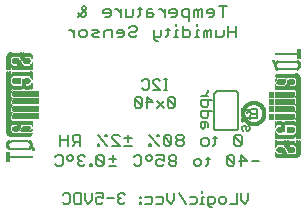
<source format=gbr>
G04 EAGLE Gerber RS-274X export*
G75*
%MOMM*%
%FSLAX34Y34*%
%LPD*%
%INSilkscreen Bottom*%
%IPPOS*%
%AMOC8*
5,1,8,0,0,1.08239X$1,22.5*%
G01*
%ADD10C,0.177800*%
%ADD11C,0.127000*%
%ADD12C,0.304800*%
%ADD13C,0.203200*%
%ADD14R,0.022863X0.462278*%
%ADD15R,0.022863X0.462281*%
%ADD16R,0.022863X0.436881*%
%ADD17R,0.023113X0.462278*%
%ADD18R,0.023113X0.462281*%
%ADD19R,0.023113X0.436881*%
%ADD20R,0.023116X0.462278*%
%ADD21R,0.023116X0.462281*%
%ADD22R,0.023116X0.436881*%
%ADD23R,0.023113X0.022863*%
%ADD24R,0.023116X0.091441*%
%ADD25R,0.023113X0.139700*%
%ADD26R,0.023116X0.185419*%
%ADD27R,0.023113X0.254000*%
%ADD28R,0.023113X0.299719*%
%ADD29R,0.023116X0.345438*%
%ADD30R,0.023113X0.391159*%
%ADD31R,0.023116X0.393700*%
%ADD32R,0.022863X0.325119*%
%ADD33R,0.022863X0.599438*%
%ADD34R,0.022863X0.622300*%
%ADD35R,0.022863X0.530859*%
%ADD36R,0.022863X0.439422*%
%ADD37R,0.022863X0.231138*%
%ADD38R,0.022863X0.071119*%
%ADD39R,0.022863X0.533400*%
%ADD40R,0.022863X0.208281*%
%ADD41R,0.023113X0.345441*%
%ADD42R,0.023113X0.576578*%
%ADD43R,0.023113X0.599438*%
%ADD44R,0.023113X0.508000*%
%ADD45R,0.023113X0.416563*%
%ADD46R,0.023113X0.208278*%
%ADD47R,0.023113X0.553722*%
%ADD48R,0.023113X0.208281*%
%ADD49R,0.023116X0.345441*%
%ADD50R,0.023116X0.530859*%
%ADD51R,0.023116X0.370841*%
%ADD52R,0.023116X0.162559*%
%ADD53R,0.023116X0.576581*%
%ADD54R,0.023116X0.208281*%
%ADD55R,0.023113X0.322578*%
%ADD56R,0.023113X0.485137*%
%ADD57R,0.023113X0.416559*%
%ADD58R,0.023113X0.347981*%
%ADD59R,0.023113X0.116838*%
%ADD60R,0.023113X0.647700*%
%ADD61R,0.023116X0.322581*%
%ADD62R,0.023116X0.485137*%
%ADD63R,0.023116X0.093978*%
%ADD64R,0.023116X0.231141*%
%ADD65R,0.023116X0.693419*%
%ADD66R,0.023113X0.322581*%
%ADD67R,0.023113X0.439419*%
%ADD68R,0.023113X0.370841*%
%ADD69R,0.023113X0.299722*%
%ADD70R,0.023113X0.045719*%
%ADD71R,0.023113X0.739138*%
%ADD72R,0.023113X0.414019*%
%ADD73R,0.023113X0.347978*%
%ADD74R,0.023113X0.762000*%
%ADD75R,0.023116X0.414019*%
%ADD76R,0.023116X0.182881*%
%ADD77R,0.023116X0.347978*%
%ADD78R,0.023116X0.276863*%
%ADD79R,0.023116X0.116841*%
%ADD80R,0.023116X0.276859*%
%ADD81R,0.023116X0.784863*%
%ADD82R,0.023113X0.325119*%
%ADD83R,0.023113X0.276863*%
%ADD84R,0.023113X0.276859*%
%ADD85R,0.023116X0.325119*%
%ADD86R,0.023116X0.391159*%
%ADD87R,0.023116X0.302259*%
%ADD88R,0.023116X0.254000*%
%ADD89R,0.023113X0.302259*%
%ADD90R,0.023113X0.393700*%
%ADD91R,0.023113X0.231141*%
%ADD92R,0.022863X0.302259*%
%ADD93R,0.022863X0.439419*%
%ADD94R,0.022863X0.368300*%
%ADD95R,0.022863X0.391159*%
%ADD96R,0.022863X0.416559*%
%ADD97R,0.022863X0.276863*%
%ADD98R,0.022863X0.205741*%
%ADD99R,0.023113X0.368300*%
%ADD100R,0.023113X0.205741*%
%ADD101R,0.023116X0.368300*%
%ADD102R,0.023116X0.205741*%
%ADD103R,0.023113X0.182881*%
%ADD104R,0.022863X0.276859*%
%ADD105R,0.022863X0.182881*%
%ADD106R,0.023113X0.924559*%
%ADD107R,0.023116X0.924559*%
%ADD108R,0.023113X0.901700*%
%ADD109R,0.023116X0.901700*%
%ADD110R,0.023113X0.878841*%
%ADD111R,0.023116X0.855981*%
%ADD112R,0.023113X0.833119*%
%ADD113R,0.022863X0.787400*%
%ADD114R,0.022863X0.414019*%
%ADD115R,0.022863X0.924559*%
%ADD116R,0.023113X0.739141*%
%ADD117R,0.023116X0.716281*%
%ADD118R,0.023116X0.299722*%
%ADD119R,0.023113X0.670559*%
%ADD120R,0.023116X0.647700*%
%ADD121R,0.023116X0.508000*%
%ADD122R,0.023116X0.299719*%
%ADD123R,0.023113X0.601981*%
%ADD124R,0.023113X0.530859*%
%ADD125R,0.023113X0.231138*%
%ADD126R,0.023113X0.556259*%
%ADD127R,0.023113X0.185419*%
%ADD128R,0.023116X0.533400*%
%ADD129R,0.023116X0.599438*%
%ADD130R,0.023116X0.416563*%
%ADD131R,0.023116X0.116838*%
%ADD132R,0.023113X0.485141*%
%ADD133R,0.023113X0.645159*%
%ADD134R,0.023113X0.716278*%
%ADD135R,0.022863X0.393700*%
%ADD136R,0.022863X0.762000*%
%ADD137R,0.022863X0.624841*%
%ADD138R,0.023113X0.784859*%
%ADD139R,0.023113X0.693422*%
%ADD140R,0.023116X0.830578*%
%ADD141R,0.023116X0.739141*%
%ADD142R,0.023113X0.876300*%
%ADD143R,0.023113X0.807722*%
%ADD144R,0.023116X0.899159*%
%ADD145R,0.023116X0.878841*%
%ADD146R,0.023113X0.922019*%
%ADD147R,0.023113X0.947419*%
%ADD148R,0.023116X0.970278*%
%ADD149R,0.023113X0.970278*%
%ADD150R,0.023116X0.439419*%
%ADD151R,0.022863X0.299722*%
%ADD152R,0.023116X0.416559*%
%ADD153R,0.023116X0.347981*%
%ADD154R,0.023113X0.137159*%
%ADD155R,0.023113X0.093978*%
%ADD156R,0.023113X0.091441*%
%ADD157R,0.023113X0.093981*%
%ADD158R,0.023113X0.114300*%
%ADD159R,0.023116X0.045719*%
%ADD160R,0.023116X0.045722*%
%ADD161R,0.023113X0.071119*%
%ADD162R,0.023113X0.116841*%
%ADD163R,0.023116X0.139700*%
%ADD164R,0.022863X0.322581*%
%ADD165R,0.022863X0.345441*%
%ADD166R,0.022863X0.162559*%
%ADD167R,0.022863X0.576581*%
%ADD168R,0.023113X0.668019*%
%ADD169R,0.023113X0.533400*%
%ADD170R,0.023116X1.455419*%
%ADD171R,0.023116X5.519419*%
%ADD172R,0.023113X1.455419*%
%ADD173R,0.023113X5.519419*%
%ADD174R,0.023116X5.494019*%
%ADD175R,0.023113X1.430019*%
%ADD176R,0.023113X5.494019*%
%ADD177R,0.023116X1.430019*%
%ADD178R,0.023116X5.471159*%
%ADD179R,0.023116X0.762000*%
%ADD180R,0.023113X1.407159*%
%ADD181R,0.023113X5.471159*%
%ADD182R,0.022863X1.384300*%
%ADD183R,0.022863X5.448300*%
%ADD184R,0.022863X0.716278*%
%ADD185R,0.022863X0.878841*%
%ADD186R,0.023113X1.361438*%
%ADD187R,0.023113X5.425438*%
%ADD188R,0.023116X1.338578*%
%ADD189R,0.023116X5.402578*%
%ADD190R,0.023116X0.624841*%
%ADD191R,0.023113X1.292859*%
%ADD192R,0.023113X5.356859*%
%ADD193R,0.023116X1.224278*%
%ADD194R,0.023116X5.288278*%
%ADD195C,0.152400*%


D10*
X201235Y56157D02*
X201235Y62597D01*
X199625Y64207D01*
X196405Y64207D01*
X194795Y62597D01*
X194795Y56157D01*
X196405Y54547D01*
X199625Y54547D01*
X201235Y56157D01*
X194795Y62597D01*
X178576Y62597D02*
X178576Y56157D01*
X176966Y54547D01*
X176966Y60987D02*
X180186Y60987D01*
X171560Y54547D02*
X168340Y54547D01*
X166730Y56157D01*
X166730Y59377D01*
X168340Y60987D01*
X171560Y60987D01*
X173170Y59377D01*
X173170Y56157D01*
X171560Y54547D01*
X152121Y62597D02*
X150511Y64207D01*
X147291Y64207D01*
X145681Y62597D01*
X145681Y60987D01*
X147291Y59377D01*
X145681Y57767D01*
X145681Y56157D01*
X147291Y54547D01*
X150511Y54547D01*
X152121Y56157D01*
X152121Y57767D01*
X150511Y59377D01*
X152121Y60987D01*
X152121Y62597D01*
X150511Y59377D02*
X147291Y59377D01*
X141596Y56157D02*
X141596Y62597D01*
X139986Y64207D01*
X136766Y64207D01*
X135156Y62597D01*
X135156Y56157D01*
X136766Y54547D01*
X139986Y54547D01*
X141596Y56157D01*
X135156Y62597D01*
X124631Y56157D02*
X124631Y54547D01*
X124631Y56157D02*
X123021Y56157D01*
X123021Y54547D01*
X124631Y54547D01*
X129461Y64207D02*
X131072Y64207D01*
X129461Y64207D02*
X129461Y62597D01*
X131072Y62597D01*
X131072Y64207D01*
X123021Y64207D02*
X131072Y54547D01*
X108268Y54547D02*
X101828Y54547D01*
X101828Y60987D02*
X108268Y60987D01*
X105048Y64207D02*
X105048Y57767D01*
X97744Y54547D02*
X91303Y54547D01*
X91303Y60987D02*
X97744Y54547D01*
X91303Y60987D02*
X91303Y62597D01*
X92914Y64207D01*
X96134Y64207D01*
X97744Y62597D01*
X80779Y56157D02*
X80779Y54547D01*
X80779Y56157D02*
X79169Y56157D01*
X79169Y54547D01*
X80779Y54547D01*
X85609Y64207D02*
X87219Y64207D01*
X85609Y64207D02*
X85609Y62597D01*
X87219Y62597D01*
X87219Y64207D01*
X79169Y64207D02*
X87219Y54547D01*
X64416Y54547D02*
X64416Y64207D01*
X59586Y64207D01*
X57976Y62597D01*
X57976Y59377D01*
X59586Y57767D01*
X64416Y57767D01*
X61196Y57767D02*
X57976Y54547D01*
X53891Y54547D02*
X53891Y64207D01*
X53891Y59377D02*
X47451Y59377D01*
X47451Y64207D02*
X47451Y54547D01*
X209705Y42232D02*
X216145Y42232D01*
X200791Y37402D02*
X200791Y47062D01*
X205621Y42232D01*
X199181Y42232D01*
X195096Y39012D02*
X195096Y45452D01*
X193486Y47062D01*
X190266Y47062D01*
X188656Y45452D01*
X188656Y39012D01*
X190266Y37402D01*
X193486Y37402D01*
X195096Y39012D01*
X188656Y45452D01*
X172437Y45452D02*
X172437Y39012D01*
X170827Y37402D01*
X170827Y43842D02*
X174047Y43842D01*
X165421Y37402D02*
X162200Y37402D01*
X160590Y39012D01*
X160590Y42232D01*
X162200Y43842D01*
X165421Y43842D01*
X167031Y42232D01*
X167031Y39012D01*
X165421Y37402D01*
X145981Y45452D02*
X144371Y47062D01*
X141151Y47062D01*
X139541Y45452D01*
X139541Y43842D01*
X141151Y42232D01*
X139541Y40622D01*
X139541Y39012D01*
X141151Y37402D01*
X144371Y37402D01*
X145981Y39012D01*
X145981Y40622D01*
X144371Y42232D01*
X145981Y43842D01*
X145981Y45452D01*
X144371Y42232D02*
X141151Y42232D01*
X135457Y47062D02*
X129017Y47062D01*
X135457Y47062D02*
X135457Y42232D01*
X132237Y43842D01*
X130627Y43842D01*
X129017Y42232D01*
X129017Y39012D01*
X130627Y37402D01*
X133847Y37402D01*
X135457Y39012D01*
X123322Y47062D02*
X121712Y47062D01*
X120102Y45452D01*
X120102Y43842D01*
X121712Y42232D01*
X123322Y42232D01*
X124932Y43842D01*
X124932Y45452D01*
X123322Y47062D01*
X111332Y47062D02*
X109722Y45452D01*
X111332Y47062D02*
X114552Y47062D01*
X116162Y45452D01*
X116162Y39012D01*
X114552Y37402D01*
X111332Y37402D01*
X109722Y39012D01*
X95113Y37402D02*
X88672Y37402D01*
X88672Y43842D02*
X95113Y43842D01*
X91892Y47062D02*
X91892Y40622D01*
X84588Y39012D02*
X84588Y45452D01*
X82978Y47062D01*
X79758Y47062D01*
X78148Y45452D01*
X78148Y39012D01*
X79758Y37402D01*
X82978Y37402D01*
X84588Y39012D01*
X78148Y45452D01*
X74063Y39012D02*
X74063Y37402D01*
X74063Y39012D02*
X72453Y39012D01*
X72453Y37402D01*
X74063Y37402D01*
X68801Y45452D02*
X67191Y47062D01*
X63971Y47062D01*
X62361Y45452D01*
X62361Y43842D01*
X63971Y42232D01*
X65581Y42232D01*
X63971Y42232D02*
X62361Y40622D01*
X62361Y39012D01*
X63971Y37402D01*
X67191Y37402D01*
X68801Y39012D01*
X56666Y47062D02*
X55056Y47062D01*
X53446Y45452D01*
X53446Y43842D01*
X55056Y42232D01*
X56666Y42232D01*
X58276Y43842D01*
X58276Y45452D01*
X56666Y47062D01*
X44676Y47062D02*
X43066Y45452D01*
X44676Y47062D02*
X47896Y47062D01*
X49506Y45452D01*
X49506Y39012D01*
X47896Y37402D01*
X44676Y37402D01*
X43066Y39012D01*
D11*
X206664Y14613D02*
X206664Y8681D01*
X203698Y5715D01*
X200732Y8681D01*
X200732Y14613D01*
X197309Y14613D02*
X197309Y5715D01*
X191377Y5715D01*
X186470Y5715D02*
X183505Y5715D01*
X182022Y7198D01*
X182022Y10164D01*
X183505Y11647D01*
X186470Y11647D01*
X187953Y10164D01*
X187953Y7198D01*
X186470Y5715D01*
X175632Y2749D02*
X174149Y2749D01*
X172666Y4232D01*
X172666Y11647D01*
X177115Y11647D01*
X178598Y10164D01*
X178598Y7198D01*
X177115Y5715D01*
X172666Y5715D01*
X169243Y11647D02*
X167760Y11647D01*
X167760Y5715D01*
X169243Y5715D02*
X166277Y5715D01*
X167760Y14613D02*
X167760Y16096D01*
X161523Y11647D02*
X157075Y11647D01*
X161523Y11647D02*
X163006Y10164D01*
X163006Y7198D01*
X161523Y5715D01*
X157075Y5715D01*
X153651Y5715D02*
X147719Y14613D01*
X144296Y14613D02*
X144296Y8681D01*
X141330Y5715D01*
X138364Y8681D01*
X138364Y14613D01*
X133458Y11647D02*
X129009Y11647D01*
X133458Y11647D02*
X134941Y10164D01*
X134941Y7198D01*
X133458Y5715D01*
X129009Y5715D01*
X124103Y11647D02*
X119654Y11647D01*
X124103Y11647D02*
X125585Y10164D01*
X125585Y7198D01*
X124103Y5715D01*
X119654Y5715D01*
X116230Y11647D02*
X114747Y11647D01*
X114747Y10164D01*
X116230Y10164D01*
X116230Y11647D01*
X116230Y7198D02*
X114747Y7198D01*
X114747Y5715D01*
X116230Y5715D01*
X116230Y7198D01*
X102198Y13130D02*
X100715Y14613D01*
X97749Y14613D01*
X96266Y13130D01*
X96266Y11647D01*
X97749Y10164D01*
X99232Y10164D01*
X97749Y10164D02*
X96266Y8681D01*
X96266Y7198D01*
X97749Y5715D01*
X100715Y5715D01*
X102198Y7198D01*
X92842Y10164D02*
X86911Y10164D01*
X83487Y14613D02*
X77555Y14613D01*
X83487Y14613D02*
X83487Y10164D01*
X80521Y11647D01*
X79038Y11647D01*
X77555Y10164D01*
X77555Y7198D01*
X79038Y5715D01*
X82004Y5715D01*
X83487Y7198D01*
X74132Y8681D02*
X74132Y14613D01*
X74132Y8681D02*
X71166Y5715D01*
X68200Y8681D01*
X68200Y14613D01*
X64777Y14613D02*
X64777Y5715D01*
X60328Y5715D01*
X58845Y7198D01*
X58845Y13130D01*
X60328Y14613D01*
X64777Y14613D01*
X50973Y14613D02*
X49490Y13130D01*
X50973Y14613D02*
X53939Y14613D01*
X55422Y13130D01*
X55422Y7198D01*
X53939Y5715D01*
X50973Y5715D01*
X49490Y7198D01*
D10*
X185253Y163767D02*
X185253Y173427D01*
X188473Y173427D02*
X182033Y173427D01*
X176338Y163767D02*
X173118Y163767D01*
X176338Y163767D02*
X177948Y165377D01*
X177948Y168597D01*
X176338Y170207D01*
X173118Y170207D01*
X171508Y168597D01*
X171508Y166987D01*
X177948Y166987D01*
X167423Y163767D02*
X167423Y170207D01*
X165813Y170207D01*
X164203Y168597D01*
X164203Y163767D01*
X164203Y168597D02*
X162593Y170207D01*
X160983Y168597D01*
X160983Y163767D01*
X156899Y160546D02*
X156899Y170207D01*
X152069Y170207D01*
X150459Y168597D01*
X150459Y165377D01*
X152069Y163767D01*
X156899Y163767D01*
X144764Y163767D02*
X141544Y163767D01*
X144764Y163767D02*
X146374Y165377D01*
X146374Y168597D01*
X144764Y170207D01*
X141544Y170207D01*
X139934Y168597D01*
X139934Y166987D01*
X146374Y166987D01*
X135850Y163767D02*
X135850Y170207D01*
X135850Y166987D02*
X132630Y170207D01*
X131020Y170207D01*
X125469Y170207D02*
X122249Y170207D01*
X120639Y168597D01*
X120639Y163767D01*
X125469Y163767D01*
X127079Y165377D01*
X125469Y166987D01*
X120639Y166987D01*
X114945Y165377D02*
X114945Y171817D01*
X114945Y165377D02*
X113335Y163767D01*
X113335Y170207D02*
X116555Y170207D01*
X109538Y170207D02*
X109538Y165377D01*
X107928Y163767D01*
X103098Y163767D01*
X103098Y170207D01*
X99014Y170207D02*
X99014Y163767D01*
X99014Y166987D02*
X95794Y170207D01*
X94184Y170207D01*
X88633Y163767D02*
X85413Y163767D01*
X88633Y163767D02*
X90243Y165377D01*
X90243Y168597D01*
X88633Y170207D01*
X85413Y170207D01*
X83803Y168597D01*
X83803Y166987D01*
X90243Y166987D01*
X65974Y163767D02*
X62754Y166987D01*
X65974Y163767D02*
X67584Y163767D01*
X69194Y165377D01*
X69194Y166987D01*
X65974Y170207D01*
X65974Y171817D01*
X67584Y173427D01*
X69194Y171817D01*
X69194Y170207D01*
X62754Y163767D01*
X196366Y156282D02*
X196366Y146622D01*
X196366Y151452D02*
X189926Y151452D01*
X189926Y156282D02*
X189926Y146622D01*
X185842Y148232D02*
X185842Y153062D01*
X185842Y148232D02*
X184231Y146622D01*
X179401Y146622D01*
X179401Y153062D01*
X175317Y153062D02*
X175317Y146622D01*
X175317Y153062D02*
X173707Y153062D01*
X172097Y151452D01*
X172097Y146622D01*
X172097Y151452D02*
X170487Y153062D01*
X168877Y151452D01*
X168877Y146622D01*
X164792Y153062D02*
X163182Y153062D01*
X163182Y146622D01*
X164792Y146622D02*
X161572Y146622D01*
X163182Y156282D02*
X163182Y157892D01*
X151336Y156282D02*
X151336Y146622D01*
X156166Y146622D01*
X157776Y148232D01*
X157776Y151452D01*
X156166Y153062D01*
X151336Y153062D01*
X147251Y153062D02*
X145641Y153062D01*
X145641Y146622D01*
X147251Y146622D02*
X144031Y146622D01*
X145641Y156282D02*
X145641Y157892D01*
X138625Y154672D02*
X138625Y148232D01*
X137015Y146622D01*
X137015Y153062D02*
X140235Y153062D01*
X133219Y153062D02*
X133219Y148232D01*
X131609Y146622D01*
X126778Y146622D01*
X126778Y145011D02*
X126778Y153062D01*
X126778Y145011D02*
X128388Y143401D01*
X129999Y143401D01*
X107339Y156282D02*
X105729Y154672D01*
X107339Y156282D02*
X110559Y156282D01*
X112169Y154672D01*
X112169Y153062D01*
X110559Y151452D01*
X107339Y151452D01*
X105729Y149842D01*
X105729Y148232D01*
X107339Y146622D01*
X110559Y146622D01*
X112169Y148232D01*
X100035Y146622D02*
X96815Y146622D01*
X100035Y146622D02*
X101645Y148232D01*
X101645Y151452D01*
X100035Y153062D01*
X96815Y153062D01*
X95205Y151452D01*
X95205Y149842D01*
X101645Y149842D01*
X91120Y146622D02*
X91120Y153062D01*
X86290Y153062D01*
X84680Y151452D01*
X84680Y146622D01*
X80596Y146622D02*
X75766Y146622D01*
X74155Y148232D01*
X75766Y149842D01*
X78986Y149842D01*
X80596Y151452D01*
X78986Y153062D01*
X74155Y153062D01*
X68461Y146622D02*
X65241Y146622D01*
X63631Y148232D01*
X63631Y151452D01*
X65241Y153062D01*
X68461Y153062D01*
X70071Y151452D01*
X70071Y148232D01*
X68461Y146622D01*
X59546Y146622D02*
X59546Y153062D01*
X59546Y149842D02*
X56326Y153062D01*
X54716Y153062D01*
D11*
X172937Y73513D02*
X172937Y70547D01*
X172937Y73513D02*
X171454Y74996D01*
X167005Y74996D01*
X167005Y70547D01*
X168488Y69064D01*
X169971Y70547D01*
X169971Y74996D01*
X167005Y84351D02*
X175903Y84351D01*
X167005Y84351D02*
X167005Y79902D01*
X168488Y78419D01*
X171454Y78419D01*
X172937Y79902D01*
X172937Y84351D01*
X175903Y93706D02*
X167005Y93706D01*
X167005Y89258D01*
X168488Y87775D01*
X171454Y87775D01*
X172937Y89258D01*
X172937Y93706D01*
X172937Y97130D02*
X167005Y97130D01*
X169971Y97130D02*
X172937Y100096D01*
X172937Y101579D01*
X138204Y102235D02*
X135238Y102235D01*
X136721Y102235D02*
X136721Y111133D01*
X138204Y111133D02*
X135238Y111133D01*
X131967Y102235D02*
X126035Y102235D01*
X131967Y102235D02*
X126035Y108167D01*
X126035Y109650D01*
X127518Y111133D01*
X130484Y111133D01*
X131967Y109650D01*
X118163Y111133D02*
X116680Y109650D01*
X118163Y111133D02*
X121129Y111133D01*
X122612Y109650D01*
X122612Y103718D01*
X121129Y102235D01*
X118163Y102235D01*
X116680Y103718D01*
X144440Y94410D02*
X144440Y88478D01*
X144440Y94410D02*
X142958Y95893D01*
X139992Y95893D01*
X138509Y94410D01*
X138509Y88478D01*
X139992Y86995D01*
X142958Y86995D01*
X144440Y88478D01*
X138509Y94410D01*
X135085Y92927D02*
X129154Y86995D01*
X135085Y86995D02*
X129154Y92927D01*
X121281Y95893D02*
X121281Y86995D01*
X125730Y91444D02*
X121281Y95893D01*
X119798Y91444D02*
X125730Y91444D01*
X116375Y88478D02*
X116375Y94410D01*
X114892Y95893D01*
X111926Y95893D01*
X110443Y94410D01*
X110443Y88478D01*
X111926Y86995D01*
X114892Y86995D01*
X116375Y88478D01*
X110443Y94410D01*
D12*
X202475Y81915D02*
X202478Y82135D01*
X202486Y82356D01*
X202499Y82576D01*
X202518Y82795D01*
X202543Y83014D01*
X202572Y83233D01*
X202607Y83450D01*
X202648Y83667D01*
X202693Y83883D01*
X202744Y84097D01*
X202800Y84310D01*
X202862Y84522D01*
X202928Y84732D01*
X203000Y84940D01*
X203077Y85147D01*
X203159Y85351D01*
X203245Y85554D01*
X203337Y85754D01*
X203434Y85953D01*
X203535Y86148D01*
X203642Y86341D01*
X203753Y86532D01*
X203868Y86719D01*
X203988Y86904D01*
X204113Y87086D01*
X204242Y87264D01*
X204376Y87440D01*
X204513Y87612D01*
X204655Y87780D01*
X204801Y87946D01*
X204951Y88107D01*
X205105Y88265D01*
X205263Y88419D01*
X205424Y88569D01*
X205590Y88715D01*
X205758Y88857D01*
X205930Y88994D01*
X206106Y89128D01*
X206284Y89257D01*
X206466Y89382D01*
X206651Y89502D01*
X206838Y89617D01*
X207029Y89728D01*
X207222Y89835D01*
X207417Y89936D01*
X207616Y90033D01*
X207816Y90125D01*
X208019Y90211D01*
X208223Y90293D01*
X208430Y90370D01*
X208638Y90442D01*
X208848Y90508D01*
X209060Y90570D01*
X209273Y90626D01*
X209487Y90677D01*
X209703Y90722D01*
X209920Y90763D01*
X210137Y90798D01*
X210356Y90827D01*
X210575Y90852D01*
X210794Y90871D01*
X211014Y90884D01*
X211235Y90892D01*
X211455Y90895D01*
X211675Y90892D01*
X211896Y90884D01*
X212116Y90871D01*
X212335Y90852D01*
X212554Y90827D01*
X212773Y90798D01*
X212990Y90763D01*
X213207Y90722D01*
X213423Y90677D01*
X213637Y90626D01*
X213850Y90570D01*
X214062Y90508D01*
X214272Y90442D01*
X214480Y90370D01*
X214687Y90293D01*
X214891Y90211D01*
X215094Y90125D01*
X215294Y90033D01*
X215493Y89936D01*
X215688Y89835D01*
X215881Y89728D01*
X216072Y89617D01*
X216259Y89502D01*
X216444Y89382D01*
X216626Y89257D01*
X216804Y89128D01*
X216980Y88994D01*
X217152Y88857D01*
X217320Y88715D01*
X217486Y88569D01*
X217647Y88419D01*
X217805Y88265D01*
X217959Y88107D01*
X218109Y87946D01*
X218255Y87780D01*
X218397Y87612D01*
X218534Y87440D01*
X218668Y87264D01*
X218797Y87086D01*
X218922Y86904D01*
X219042Y86719D01*
X219157Y86532D01*
X219268Y86341D01*
X219375Y86148D01*
X219476Y85953D01*
X219573Y85754D01*
X219665Y85554D01*
X219751Y85351D01*
X219833Y85147D01*
X219910Y84940D01*
X219982Y84732D01*
X220048Y84522D01*
X220110Y84310D01*
X220166Y84097D01*
X220217Y83883D01*
X220262Y83667D01*
X220303Y83450D01*
X220338Y83233D01*
X220367Y83014D01*
X220392Y82795D01*
X220411Y82576D01*
X220424Y82356D01*
X220432Y82135D01*
X220435Y81915D01*
X220432Y81695D01*
X220424Y81474D01*
X220411Y81254D01*
X220392Y81035D01*
X220367Y80816D01*
X220338Y80597D01*
X220303Y80380D01*
X220262Y80163D01*
X220217Y79947D01*
X220166Y79733D01*
X220110Y79520D01*
X220048Y79308D01*
X219982Y79098D01*
X219910Y78890D01*
X219833Y78683D01*
X219751Y78479D01*
X219665Y78276D01*
X219573Y78076D01*
X219476Y77877D01*
X219375Y77682D01*
X219268Y77489D01*
X219157Y77298D01*
X219042Y77111D01*
X218922Y76926D01*
X218797Y76744D01*
X218668Y76566D01*
X218534Y76390D01*
X218397Y76218D01*
X218255Y76050D01*
X218109Y75884D01*
X217959Y75723D01*
X217805Y75565D01*
X217647Y75411D01*
X217486Y75261D01*
X217320Y75115D01*
X217152Y74973D01*
X216980Y74836D01*
X216804Y74702D01*
X216626Y74573D01*
X216444Y74448D01*
X216259Y74328D01*
X216072Y74213D01*
X215881Y74102D01*
X215688Y73995D01*
X215493Y73894D01*
X215294Y73797D01*
X215094Y73705D01*
X214891Y73619D01*
X214687Y73537D01*
X214480Y73460D01*
X214272Y73388D01*
X214062Y73322D01*
X213850Y73260D01*
X213637Y73204D01*
X213423Y73153D01*
X213207Y73108D01*
X212990Y73067D01*
X212773Y73032D01*
X212554Y73003D01*
X212335Y72978D01*
X212116Y72959D01*
X211896Y72946D01*
X211675Y72938D01*
X211455Y72935D01*
X211235Y72938D01*
X211014Y72946D01*
X210794Y72959D01*
X210575Y72978D01*
X210356Y73003D01*
X210137Y73032D01*
X209920Y73067D01*
X209703Y73108D01*
X209487Y73153D01*
X209273Y73204D01*
X209060Y73260D01*
X208848Y73322D01*
X208638Y73388D01*
X208430Y73460D01*
X208223Y73537D01*
X208019Y73619D01*
X207816Y73705D01*
X207616Y73797D01*
X207417Y73894D01*
X207222Y73995D01*
X207029Y74102D01*
X206838Y74213D01*
X206651Y74328D01*
X206466Y74448D01*
X206284Y74573D01*
X206106Y74702D01*
X205930Y74836D01*
X205758Y74973D01*
X205590Y75115D01*
X205424Y75261D01*
X205263Y75411D01*
X205105Y75565D01*
X204951Y75723D01*
X204801Y75884D01*
X204655Y76050D01*
X204513Y76218D01*
X204376Y76390D01*
X204242Y76566D01*
X204113Y76744D01*
X203988Y76926D01*
X203868Y77111D01*
X203753Y77298D01*
X203642Y77489D01*
X203535Y77682D01*
X203434Y77877D01*
X203337Y78076D01*
X203245Y78276D01*
X203159Y78479D01*
X203077Y78683D01*
X203000Y78890D01*
X202928Y79098D01*
X202862Y79308D01*
X202800Y79520D01*
X202744Y79733D01*
X202693Y79947D01*
X202648Y80163D01*
X202607Y80380D01*
X202572Y80597D01*
X202543Y80816D01*
X202518Y81035D01*
X202499Y81254D01*
X202486Y81474D01*
X202478Y81695D01*
X202475Y81915D01*
D13*
X213995Y77851D02*
X213995Y85986D01*
X209928Y85986D01*
X208572Y84630D01*
X208572Y83274D01*
X209928Y81918D01*
X208572Y80563D01*
X208572Y79207D01*
X209928Y77851D01*
X213995Y77851D01*
X213995Y81918D02*
X209928Y81918D01*
D14*
X224790Y79197D03*
D15*
X224790Y85446D03*
X224790Y91669D03*
D16*
X224790Y98019D03*
D17*
X225020Y79197D03*
D18*
X225020Y85446D03*
X225020Y91669D03*
D19*
X225020Y98019D03*
D20*
X225251Y79197D03*
D21*
X225251Y85446D03*
X225251Y91669D03*
D22*
X225251Y98019D03*
D17*
X225482Y79197D03*
D18*
X225482Y85446D03*
X225482Y91669D03*
D19*
X225482Y98019D03*
D20*
X225713Y79197D03*
D21*
X225713Y85446D03*
X225713Y91669D03*
D22*
X225713Y98019D03*
D17*
X225944Y79197D03*
D18*
X225944Y85446D03*
X225944Y91669D03*
D19*
X225944Y98019D03*
D17*
X226176Y79197D03*
D18*
X226176Y85446D03*
X226176Y91669D03*
D19*
X226176Y98019D03*
D20*
X226407Y79197D03*
D21*
X226407Y85446D03*
X226407Y91669D03*
D22*
X226407Y98019D03*
D17*
X226638Y79197D03*
D18*
X226638Y85446D03*
X226638Y91669D03*
D19*
X226638Y98019D03*
D20*
X226869Y79197D03*
D21*
X226869Y85446D03*
X226869Y91669D03*
D22*
X226869Y98019D03*
D17*
X227100Y79197D03*
D18*
X227100Y85446D03*
X227100Y91669D03*
D19*
X227100Y98019D03*
D14*
X227330Y79197D03*
D15*
X227330Y85446D03*
X227330Y91669D03*
D16*
X227330Y98019D03*
D17*
X227560Y79197D03*
D18*
X227560Y85446D03*
X227560Y91669D03*
D19*
X227560Y98019D03*
D23*
X227560Y126429D03*
D20*
X227791Y79197D03*
D21*
X227791Y85446D03*
X227791Y91669D03*
D22*
X227791Y98019D03*
D24*
X227791Y126314D03*
D17*
X228022Y79197D03*
D18*
X228022Y85446D03*
X228022Y91669D03*
D19*
X228022Y98019D03*
D25*
X228022Y126073D03*
D20*
X228253Y79197D03*
D21*
X228253Y85446D03*
X228253Y91669D03*
D22*
X228253Y98019D03*
D26*
X228253Y126073D03*
D17*
X228484Y79197D03*
D18*
X228484Y85446D03*
X228484Y91669D03*
D19*
X228484Y98019D03*
D27*
X228484Y125959D03*
D17*
X228716Y79197D03*
D18*
X228716Y85446D03*
X228716Y91669D03*
D19*
X228716Y98019D03*
D28*
X228716Y125730D03*
D20*
X228947Y79197D03*
D21*
X228947Y85446D03*
X228947Y91669D03*
D22*
X228947Y98019D03*
D29*
X228947Y125730D03*
D30*
X229178Y125501D03*
D31*
X229409Y125032D03*
D17*
X229640Y124003D03*
D32*
X229870Y48031D03*
D33*
X229870Y55880D03*
D34*
X229870Y63614D03*
D35*
X229870Y72631D03*
D14*
X229870Y79197D03*
D15*
X229870Y85446D03*
X229870Y91669D03*
D16*
X229870Y98019D03*
D36*
X229870Y104254D03*
D37*
X229870Y109919D03*
D38*
X229870Y113030D03*
D39*
X229870Y123190D03*
D40*
X229870Y132436D03*
D41*
X230100Y47676D03*
D42*
X230100Y55994D03*
D43*
X230100Y63500D03*
D44*
X230100Y72746D03*
D17*
X230100Y79197D03*
D18*
X230100Y85446D03*
X230100Y91669D03*
D19*
X230100Y98019D03*
D45*
X230100Y104140D03*
D46*
X230100Y110033D03*
D25*
X230100Y113373D03*
D47*
X230100Y122606D03*
D48*
X230100Y132436D03*
D49*
X230331Y47219D03*
D50*
X230331Y56223D03*
X230331Y63157D03*
D20*
X230331Y72974D03*
X230331Y79197D03*
D21*
X230331Y85446D03*
X230331Y91669D03*
D22*
X230331Y98019D03*
D51*
X230331Y103911D03*
D52*
X230331Y110261D03*
D26*
X230331Y113602D03*
D53*
X230331Y122492D03*
D54*
X230331Y132436D03*
D55*
X230562Y46876D03*
D56*
X230562Y56452D03*
D44*
X230562Y63043D03*
D57*
X230562Y73203D03*
D17*
X230562Y79197D03*
D18*
X230562Y85446D03*
X230562Y91669D03*
D19*
X230562Y98019D03*
D58*
X230562Y103797D03*
D59*
X230562Y110490D03*
D46*
X230562Y113716D03*
D60*
X230562Y122619D03*
D48*
X230562Y132436D03*
D61*
X230793Y46647D03*
D20*
X230793Y56566D03*
D62*
X230793Y62929D03*
D31*
X230793Y73317D03*
D20*
X230793Y79197D03*
D21*
X230793Y85446D03*
X230793Y91669D03*
D22*
X230793Y98019D03*
D61*
X230793Y103670D03*
D63*
X230793Y110604D03*
D64*
X230793Y113830D03*
D65*
X230793Y122619D03*
D54*
X230793Y132436D03*
D66*
X231024Y46419D03*
D67*
X231024Y56680D03*
D17*
X231024Y62814D03*
D68*
X231024Y73431D03*
D17*
X231024Y79197D03*
D18*
X231024Y85446D03*
X231024Y91669D03*
D19*
X231024Y98019D03*
D69*
X231024Y103556D03*
D70*
X231024Y110846D03*
D27*
X231024Y113944D03*
D71*
X231024Y122619D03*
D48*
X231024Y132436D03*
D66*
X231256Y46190D03*
D72*
X231256Y56807D03*
D67*
X231256Y62700D03*
D73*
X231256Y73546D03*
D17*
X231256Y79197D03*
D18*
X231256Y85446D03*
X231256Y91669D03*
D19*
X231256Y98019D03*
D69*
X231256Y103556D03*
D27*
X231256Y113944D03*
D74*
X231256Y122504D03*
D48*
X231256Y132436D03*
D61*
X231487Y46190D03*
D64*
X231487Y51270D03*
D75*
X231487Y56807D03*
X231487Y62573D03*
D76*
X231487Y68351D03*
D77*
X231487Y73546D03*
D20*
X231487Y79197D03*
D21*
X231487Y85446D03*
X231487Y91669D03*
D22*
X231487Y98019D03*
D78*
X231487Y103442D03*
D79*
X231487Y108179D03*
D80*
X231487Y114059D03*
D81*
X231487Y122619D03*
D54*
X231487Y132436D03*
D82*
X231718Y45949D03*
D66*
X231718Y51270D03*
D30*
X231718Y56921D03*
D72*
X231718Y62573D03*
D82*
X231718Y68351D03*
X231718Y73660D03*
D17*
X231718Y79197D03*
D18*
X231718Y85446D03*
X231718Y91669D03*
D19*
X231718Y98019D03*
D83*
X231718Y103442D03*
D84*
X231718Y108293D03*
X231718Y114059D03*
D83*
X231718Y120079D03*
D84*
X231718Y125387D03*
D48*
X231718Y132436D03*
D85*
X231949Y45949D03*
D51*
X231949Y51257D03*
D86*
X231949Y56921D03*
D75*
X231949Y62573D03*
D51*
X231949Y68351D03*
D85*
X231949Y73660D03*
D20*
X231949Y79197D03*
D21*
X231949Y85446D03*
X231949Y91669D03*
D22*
X231949Y98019D03*
D78*
X231949Y103442D03*
D49*
X231949Y108407D03*
D87*
X231949Y114186D03*
D88*
X231949Y119736D03*
D64*
X231949Y125616D03*
D54*
X231949Y132436D03*
D82*
X232180Y45949D03*
D57*
X232180Y51257D03*
D30*
X232180Y56921D03*
X232180Y62459D03*
D57*
X232180Y68351D03*
D89*
X232180Y73774D03*
D17*
X232180Y79197D03*
D18*
X232180Y85446D03*
X232180Y91669D03*
D19*
X232180Y98019D03*
D83*
X232180Y103442D03*
D90*
X232180Y108649D03*
D89*
X232180Y114186D03*
D91*
X232180Y119621D03*
D48*
X232180Y125730D03*
X232180Y132436D03*
D92*
X232410Y45834D03*
D93*
X232410Y51143D03*
D94*
X232410Y57036D03*
D95*
X232410Y62459D03*
D96*
X232410Y68351D03*
D92*
X232410Y73774D03*
D14*
X232410Y79197D03*
D15*
X232410Y85446D03*
X232410Y91669D03*
D16*
X232410Y98019D03*
D97*
X232410Y103442D03*
D93*
X232410Y108649D03*
D92*
X232410Y114186D03*
D98*
X232410Y119494D03*
D40*
X232410Y125730D03*
X232410Y132436D03*
D89*
X232640Y45834D03*
D17*
X232640Y51257D03*
D99*
X232640Y57036D03*
D30*
X232640Y62459D03*
D18*
X232640Y68351D03*
D89*
X232640Y73774D03*
D17*
X232640Y79197D03*
D18*
X232640Y85446D03*
X232640Y91669D03*
D19*
X232640Y98019D03*
D83*
X232640Y103442D03*
D17*
X232640Y108763D03*
D89*
X232640Y114186D03*
D100*
X232640Y119494D03*
D48*
X232640Y125959D03*
X232640Y132436D03*
D87*
X232871Y45834D03*
D20*
X232871Y51257D03*
D101*
X232871Y57036D03*
D86*
X232871Y62459D03*
D21*
X232871Y68351D03*
D87*
X232871Y73774D03*
D20*
X232871Y79197D03*
D21*
X232871Y85446D03*
X232871Y91669D03*
D22*
X232871Y98019D03*
D78*
X232871Y103442D03*
D20*
X232871Y108763D03*
D87*
X232871Y114186D03*
D102*
X232871Y119494D03*
D54*
X232871Y125959D03*
X232871Y132436D03*
D89*
X233102Y45834D03*
D17*
X233102Y51257D03*
D99*
X233102Y57036D03*
X233102Y62344D03*
D18*
X233102Y68351D03*
D89*
X233102Y73774D03*
D17*
X233102Y79197D03*
D18*
X233102Y85446D03*
X233102Y91669D03*
D19*
X233102Y98019D03*
D83*
X233102Y103442D03*
D17*
X233102Y108763D03*
D89*
X233102Y114186D03*
D100*
X233102Y119494D03*
D48*
X233102Y125959D03*
X233102Y132436D03*
D87*
X233333Y45834D03*
D20*
X233333Y51257D03*
D101*
X233333Y57036D03*
X233333Y62344D03*
D21*
X233333Y68351D03*
D87*
X233333Y73774D03*
D20*
X233333Y79197D03*
D21*
X233333Y85446D03*
X233333Y91669D03*
D22*
X233333Y98019D03*
D78*
X233333Y103442D03*
D20*
X233333Y108763D03*
D87*
X233333Y114186D03*
D76*
X233333Y119380D03*
D54*
X233333Y125959D03*
X233333Y132436D03*
D89*
X233564Y45834D03*
D17*
X233564Y51257D03*
D99*
X233564Y57036D03*
X233564Y62344D03*
D18*
X233564Y68351D03*
D89*
X233564Y73774D03*
D17*
X233564Y79197D03*
D18*
X233564Y85446D03*
X233564Y91669D03*
D19*
X233564Y98019D03*
D83*
X233564Y103442D03*
D17*
X233564Y108763D03*
D89*
X233564Y114186D03*
D103*
X233564Y119380D03*
D48*
X233564Y125959D03*
X233564Y132436D03*
D89*
X233796Y45834D03*
D17*
X233796Y51257D03*
D99*
X233796Y57036D03*
X233796Y62344D03*
D18*
X233796Y68351D03*
D84*
X233796Y73901D03*
D17*
X233796Y79197D03*
D18*
X233796Y85446D03*
X233796Y91669D03*
D19*
X233796Y98019D03*
D83*
X233796Y103442D03*
D17*
X233796Y108763D03*
D89*
X233796Y114186D03*
D103*
X233796Y119380D03*
D48*
X233796Y125959D03*
X233796Y132436D03*
D87*
X234027Y45834D03*
D20*
X234027Y51257D03*
D101*
X234027Y57036D03*
X234027Y62344D03*
D21*
X234027Y68351D03*
D80*
X234027Y73901D03*
D20*
X234027Y79197D03*
D21*
X234027Y85446D03*
X234027Y91669D03*
D22*
X234027Y98019D03*
D78*
X234027Y103442D03*
D20*
X234027Y108763D03*
D87*
X234027Y114186D03*
D76*
X234027Y119380D03*
D54*
X234027Y125959D03*
X234027Y132436D03*
D89*
X234258Y45834D03*
D17*
X234258Y51257D03*
D99*
X234258Y57036D03*
X234258Y62344D03*
D18*
X234258Y68351D03*
D84*
X234258Y73901D03*
D17*
X234258Y79197D03*
D18*
X234258Y85446D03*
X234258Y91669D03*
D19*
X234258Y98019D03*
D83*
X234258Y103442D03*
D17*
X234258Y108763D03*
D89*
X234258Y114186D03*
D103*
X234258Y119380D03*
D48*
X234258Y125959D03*
X234258Y132436D03*
D87*
X234489Y45834D03*
D20*
X234489Y51257D03*
D101*
X234489Y57036D03*
X234489Y62344D03*
D21*
X234489Y68351D03*
D80*
X234489Y73901D03*
D20*
X234489Y79197D03*
D21*
X234489Y85446D03*
X234489Y91669D03*
D22*
X234489Y98019D03*
D78*
X234489Y103442D03*
D20*
X234489Y108763D03*
D87*
X234489Y114186D03*
D76*
X234489Y119380D03*
D54*
X234489Y125959D03*
X234489Y132436D03*
D89*
X234720Y45834D03*
D17*
X234720Y51257D03*
D99*
X234720Y57036D03*
X234720Y62344D03*
D18*
X234720Y68351D03*
D84*
X234720Y73901D03*
D17*
X234720Y79197D03*
D18*
X234720Y85446D03*
X234720Y91669D03*
D19*
X234720Y98019D03*
D83*
X234720Y103442D03*
D17*
X234720Y108763D03*
D89*
X234720Y114186D03*
D103*
X234720Y119380D03*
D48*
X234720Y125959D03*
X234720Y132436D03*
D92*
X234950Y45834D03*
D14*
X234950Y51257D03*
D94*
X234950Y57036D03*
X234950Y62344D03*
D15*
X234950Y68351D03*
D104*
X234950Y73901D03*
D14*
X234950Y79197D03*
D15*
X234950Y85446D03*
X234950Y91669D03*
D16*
X234950Y98019D03*
D97*
X234950Y103442D03*
D14*
X234950Y108763D03*
D92*
X234950Y114186D03*
D105*
X234950Y119380D03*
D40*
X234950Y125959D03*
X234950Y132436D03*
D89*
X235180Y45834D03*
D17*
X235180Y51257D03*
D99*
X235180Y57036D03*
X235180Y62344D03*
D18*
X235180Y68351D03*
D84*
X235180Y73901D03*
D17*
X235180Y79197D03*
D18*
X235180Y85446D03*
X235180Y91669D03*
D19*
X235180Y98019D03*
D83*
X235180Y103442D03*
D17*
X235180Y108763D03*
D89*
X235180Y114186D03*
D103*
X235180Y119380D03*
D48*
X235180Y125959D03*
X235180Y132436D03*
D87*
X235411Y45834D03*
D20*
X235411Y51257D03*
D101*
X235411Y57036D03*
X235411Y62344D03*
D21*
X235411Y68351D03*
D80*
X235411Y73901D03*
D20*
X235411Y79197D03*
D21*
X235411Y85446D03*
X235411Y91669D03*
D22*
X235411Y98019D03*
D78*
X235411Y103442D03*
D20*
X235411Y108763D03*
D87*
X235411Y114186D03*
D76*
X235411Y119380D03*
D54*
X235411Y125959D03*
X235411Y132436D03*
D89*
X235642Y45834D03*
D17*
X235642Y51257D03*
D99*
X235642Y57036D03*
X235642Y62344D03*
D106*
X235642Y70663D03*
D17*
X235642Y79197D03*
D18*
X235642Y85446D03*
X235642Y91669D03*
D19*
X235642Y98019D03*
D83*
X235642Y103442D03*
D17*
X235642Y108763D03*
D89*
X235642Y114186D03*
D103*
X235642Y119380D03*
D48*
X235642Y125959D03*
X235642Y132436D03*
D87*
X235873Y45834D03*
D20*
X235873Y51257D03*
D101*
X235873Y57036D03*
X235873Y62344D03*
D107*
X235873Y70663D03*
D20*
X235873Y79197D03*
D21*
X235873Y85446D03*
X235873Y91669D03*
D22*
X235873Y98019D03*
D78*
X235873Y103442D03*
D20*
X235873Y108763D03*
D87*
X235873Y114186D03*
D76*
X235873Y119380D03*
D54*
X235873Y125959D03*
X235873Y132436D03*
D89*
X236104Y45834D03*
D67*
X236104Y51143D03*
D99*
X236104Y57036D03*
X236104Y62344D03*
D106*
X236104Y70663D03*
D17*
X236104Y79197D03*
D18*
X236104Y85446D03*
X236104Y91669D03*
D19*
X236104Y98019D03*
D83*
X236104Y103442D03*
D17*
X236104Y108763D03*
D89*
X236104Y114186D03*
D103*
X236104Y119380D03*
D48*
X236104Y125959D03*
X236104Y132436D03*
D108*
X236336Y48832D03*
D99*
X236336Y57036D03*
X236336Y62344D03*
D106*
X236336Y70663D03*
D17*
X236336Y79197D03*
D18*
X236336Y85446D03*
X236336Y91669D03*
D19*
X236336Y98019D03*
D83*
X236336Y103442D03*
D17*
X236336Y108763D03*
D89*
X236336Y114186D03*
D103*
X236336Y119380D03*
D48*
X236336Y125959D03*
X236336Y132436D03*
D109*
X236567Y48832D03*
D101*
X236567Y57036D03*
X236567Y62344D03*
D107*
X236567Y70663D03*
D20*
X236567Y79197D03*
D21*
X236567Y85446D03*
X236567Y91669D03*
D22*
X236567Y98019D03*
D78*
X236567Y103442D03*
D20*
X236567Y108763D03*
D87*
X236567Y114186D03*
D76*
X236567Y119380D03*
D54*
X236567Y125959D03*
X236567Y132436D03*
D110*
X236798Y48717D03*
D30*
X236798Y56921D03*
D99*
X236798Y62344D03*
D106*
X236798Y70663D03*
D17*
X236798Y79197D03*
D18*
X236798Y85446D03*
X236798Y91669D03*
D19*
X236798Y98019D03*
D83*
X236798Y103442D03*
D17*
X236798Y108763D03*
D89*
X236798Y114186D03*
D103*
X236798Y119380D03*
D48*
X236798Y125959D03*
X236798Y132436D03*
D111*
X237029Y48603D03*
D86*
X237029Y56921D03*
D101*
X237029Y62344D03*
D107*
X237029Y70663D03*
D20*
X237029Y79197D03*
D21*
X237029Y85446D03*
X237029Y91669D03*
D22*
X237029Y98019D03*
D78*
X237029Y103442D03*
D20*
X237029Y108763D03*
D87*
X237029Y114186D03*
D76*
X237029Y119380D03*
D54*
X237029Y125959D03*
X237029Y132436D03*
D112*
X237260Y48489D03*
D72*
X237260Y56807D03*
D99*
X237260Y62344D03*
D106*
X237260Y70663D03*
D17*
X237260Y79197D03*
D18*
X237260Y85446D03*
X237260Y91669D03*
D19*
X237260Y98019D03*
D83*
X237260Y103442D03*
D67*
X237260Y108877D03*
D89*
X237260Y114186D03*
D103*
X237260Y119380D03*
D48*
X237260Y125959D03*
X237260Y132436D03*
D113*
X237490Y48260D03*
D114*
X237490Y56807D03*
D94*
X237490Y62344D03*
D115*
X237490Y70663D03*
D14*
X237490Y79197D03*
D15*
X237490Y85446D03*
X237490Y91669D03*
D16*
X237490Y98019D03*
D97*
X237490Y103442D03*
D93*
X237490Y108877D03*
D92*
X237490Y114186D03*
D105*
X237490Y119380D03*
D40*
X237490Y125959D03*
X237490Y132436D03*
D116*
X237720Y48019D03*
D67*
X237720Y56680D03*
D99*
X237720Y62344D03*
D106*
X237720Y70663D03*
D17*
X237720Y79197D03*
D18*
X237720Y85446D03*
X237720Y91669D03*
D19*
X237720Y98019D03*
D69*
X237720Y103556D03*
D57*
X237720Y108991D03*
D89*
X237720Y114186D03*
D103*
X237720Y119380D03*
D48*
X237720Y125959D03*
X237720Y132436D03*
D117*
X237951Y47904D03*
D20*
X237951Y56566D03*
D101*
X237951Y62344D03*
D107*
X237951Y70663D03*
D20*
X237951Y79197D03*
D21*
X237951Y85446D03*
X237951Y91669D03*
D22*
X237951Y98019D03*
D118*
X237951Y103556D03*
D31*
X237951Y109106D03*
D87*
X237951Y114186D03*
D76*
X237951Y119380D03*
D54*
X237951Y125959D03*
X237951Y132436D03*
D119*
X238182Y47676D03*
D56*
X238182Y56452D03*
D99*
X238182Y62344D03*
D106*
X238182Y70663D03*
D17*
X238182Y79197D03*
D18*
X238182Y85446D03*
X238182Y91669D03*
D19*
X238182Y98019D03*
D66*
X238182Y103670D03*
D73*
X238182Y109334D03*
D89*
X238182Y114186D03*
D103*
X238182Y119380D03*
D48*
X238182Y125959D03*
X238182Y132436D03*
D120*
X238413Y47562D03*
D121*
X238413Y56337D03*
D101*
X238413Y62344D03*
D80*
X238413Y73901D03*
D20*
X238413Y79197D03*
D21*
X238413Y85446D03*
X238413Y91669D03*
D22*
X238413Y98019D03*
D61*
X238413Y103670D03*
D122*
X238413Y109576D03*
D87*
X238413Y114186D03*
D76*
X238413Y119380D03*
D54*
X238413Y125959D03*
X238413Y132436D03*
D123*
X238644Y47333D03*
D124*
X238644Y56223D03*
D99*
X238644Y62344D03*
D84*
X238644Y73901D03*
D17*
X238644Y79197D03*
D18*
X238644Y85446D03*
X238644Y91669D03*
D19*
X238644Y98019D03*
D58*
X238644Y103797D03*
D125*
X238644Y109919D03*
D89*
X238644Y114186D03*
D103*
X238644Y119380D03*
D48*
X238644Y125959D03*
X238644Y132436D03*
D126*
X238876Y47104D03*
D42*
X238876Y55994D03*
D99*
X238876Y62344D03*
D84*
X238876Y73901D03*
D17*
X238876Y79197D03*
D18*
X238876Y85446D03*
X238876Y91669D03*
D19*
X238876Y98019D03*
D68*
X238876Y103911D03*
D127*
X238876Y110147D03*
D89*
X238876Y114186D03*
D103*
X238876Y119380D03*
D48*
X238876Y125959D03*
X238876Y132436D03*
D128*
X239107Y46990D03*
D129*
X239107Y55880D03*
D101*
X239107Y62344D03*
D80*
X239107Y73901D03*
D20*
X239107Y79197D03*
D21*
X239107Y85446D03*
X239107Y91669D03*
D22*
X239107Y98019D03*
D130*
X239107Y104140D03*
D131*
X239107Y110490D03*
D87*
X239107Y114186D03*
D76*
X239107Y119380D03*
D54*
X239107Y125959D03*
X239107Y132436D03*
D132*
X239338Y46749D03*
D133*
X239338Y55651D03*
D99*
X239338Y62344D03*
D84*
X239338Y73901D03*
D17*
X239338Y79197D03*
D18*
X239338Y85446D03*
X239338Y91669D03*
D19*
X239338Y98019D03*
D18*
X239338Y104369D03*
D70*
X239338Y110846D03*
D89*
X239338Y114186D03*
D103*
X239338Y119380D03*
D48*
X239338Y125959D03*
X239338Y132436D03*
D21*
X239569Y46634D03*
D65*
X239569Y55410D03*
D101*
X239569Y62344D03*
D80*
X239569Y73901D03*
D20*
X239569Y79197D03*
D21*
X239569Y85446D03*
X239569Y91669D03*
D22*
X239569Y98019D03*
D121*
X239569Y104597D03*
D87*
X239569Y114186D03*
D76*
X239569Y119380D03*
D54*
X239569Y125959D03*
X239569Y132436D03*
D57*
X239800Y46406D03*
D134*
X239800Y55296D03*
D99*
X239800Y62344D03*
D84*
X239800Y73901D03*
D17*
X239800Y79197D03*
D18*
X239800Y85446D03*
X239800Y91669D03*
D19*
X239800Y98019D03*
D47*
X239800Y104826D03*
D89*
X239800Y114186D03*
D103*
X239800Y119380D03*
D48*
X239800Y125959D03*
X239800Y132436D03*
D135*
X240030Y46292D03*
D136*
X240030Y55067D03*
D94*
X240030Y62344D03*
D15*
X240030Y68351D03*
D104*
X240030Y73901D03*
D14*
X240030Y79197D03*
D15*
X240030Y85446D03*
X240030Y91669D03*
D16*
X240030Y98019D03*
D137*
X240030Y105181D03*
D92*
X240030Y114186D03*
D105*
X240030Y119380D03*
D40*
X240030Y125959D03*
X240030Y132436D03*
D68*
X240260Y46177D03*
D138*
X240260Y54953D03*
D99*
X240260Y62344D03*
D18*
X240260Y68351D03*
D84*
X240260Y73901D03*
D17*
X240260Y79197D03*
D18*
X240260Y85446D03*
X240260Y91669D03*
D19*
X240260Y98019D03*
D139*
X240260Y105524D03*
D89*
X240260Y114186D03*
D103*
X240260Y119380D03*
D48*
X240260Y125959D03*
X240260Y132436D03*
D51*
X240491Y46177D03*
D140*
X240491Y54724D03*
D101*
X240491Y62344D03*
D21*
X240491Y68351D03*
D80*
X240491Y73901D03*
D20*
X240491Y79197D03*
D21*
X240491Y85446D03*
X240491Y91669D03*
D22*
X240491Y98019D03*
D141*
X240491Y105753D03*
D87*
X240491Y114186D03*
D76*
X240491Y119380D03*
D54*
X240491Y125959D03*
X240491Y132436D03*
D58*
X240722Y46063D03*
D142*
X240722Y54496D03*
D99*
X240722Y62344D03*
D18*
X240722Y68351D03*
D84*
X240722Y73901D03*
D17*
X240722Y79197D03*
D18*
X240722Y85446D03*
X240722Y91669D03*
D19*
X240722Y98019D03*
D143*
X240722Y106096D03*
D89*
X240722Y114186D03*
D103*
X240722Y119380D03*
D48*
X240722Y125959D03*
X240722Y132436D03*
D85*
X240953Y45949D03*
D144*
X240953Y54381D03*
D101*
X240953Y62344D03*
D21*
X240953Y68351D03*
D80*
X240953Y73901D03*
D20*
X240953Y79197D03*
D21*
X240953Y85446D03*
X240953Y91669D03*
D22*
X240953Y98019D03*
D145*
X240953Y106451D03*
D87*
X240953Y114186D03*
D76*
X240953Y119380D03*
D54*
X240953Y125959D03*
X240953Y132436D03*
D82*
X241184Y45949D03*
D146*
X241184Y54267D03*
D99*
X241184Y62344D03*
D18*
X241184Y68351D03*
D84*
X241184Y73901D03*
D17*
X241184Y79197D03*
D18*
X241184Y85446D03*
X241184Y91669D03*
D19*
X241184Y98019D03*
D108*
X241184Y106566D03*
D89*
X241184Y114186D03*
D103*
X241184Y119380D03*
D48*
X241184Y125959D03*
X241184Y132436D03*
D82*
X241416Y45949D03*
D147*
X241416Y54140D03*
D99*
X241416Y62344D03*
D18*
X241416Y68351D03*
D84*
X241416Y73901D03*
D17*
X241416Y79197D03*
D18*
X241416Y85446D03*
X241416Y91669D03*
D19*
X241416Y98019D03*
D108*
X241416Y106566D03*
D89*
X241416Y114186D03*
D103*
X241416Y119380D03*
D48*
X241416Y125959D03*
X241416Y132436D03*
D87*
X241647Y45834D03*
D148*
X241647Y54026D03*
D101*
X241647Y62344D03*
D21*
X241647Y68351D03*
D80*
X241647Y73901D03*
D20*
X241647Y79197D03*
D21*
X241647Y85446D03*
X241647Y91669D03*
D22*
X241647Y98019D03*
D109*
X241647Y106566D03*
D87*
X241647Y114186D03*
D76*
X241647Y119380D03*
D54*
X241647Y125959D03*
X241647Y132436D03*
D89*
X241878Y45834D03*
D149*
X241878Y54026D03*
D99*
X241878Y62344D03*
D18*
X241878Y68351D03*
D84*
X241878Y73901D03*
D17*
X241878Y79197D03*
D18*
X241878Y85446D03*
X241878Y91669D03*
D19*
X241878Y98019D03*
D108*
X241878Y106566D03*
D89*
X241878Y114186D03*
D103*
X241878Y119380D03*
D48*
X241878Y125959D03*
X241878Y132436D03*
D87*
X242109Y45834D03*
D20*
X242109Y51257D03*
D101*
X242109Y57036D03*
X242109Y62344D03*
D21*
X242109Y68351D03*
D80*
X242109Y73901D03*
D20*
X242109Y79197D03*
D21*
X242109Y85446D03*
X242109Y91669D03*
D22*
X242109Y98019D03*
D109*
X242109Y106566D03*
D87*
X242109Y114186D03*
D76*
X242109Y119380D03*
D54*
X242109Y125959D03*
X242109Y132436D03*
D89*
X242340Y45834D03*
D17*
X242340Y51257D03*
D99*
X242340Y57036D03*
X242340Y62344D03*
D18*
X242340Y68351D03*
D84*
X242340Y73901D03*
D17*
X242340Y79197D03*
D18*
X242340Y85446D03*
X242340Y91669D03*
D19*
X242340Y98019D03*
D83*
X242340Y103442D03*
D67*
X242340Y108877D03*
D89*
X242340Y114186D03*
D103*
X242340Y119380D03*
D48*
X242340Y125959D03*
X242340Y132436D03*
D92*
X242570Y45834D03*
D14*
X242570Y51257D03*
D94*
X242570Y57036D03*
X242570Y62344D03*
D15*
X242570Y68351D03*
D104*
X242570Y73901D03*
D14*
X242570Y79197D03*
D15*
X242570Y85446D03*
X242570Y91669D03*
D16*
X242570Y98019D03*
D97*
X242570Y103442D03*
D93*
X242570Y108877D03*
D92*
X242570Y114186D03*
D105*
X242570Y119380D03*
D40*
X242570Y125959D03*
X242570Y132436D03*
D89*
X242800Y45834D03*
D17*
X242800Y51257D03*
D99*
X242800Y57036D03*
X242800Y62344D03*
D18*
X242800Y68351D03*
D84*
X242800Y73901D03*
D17*
X242800Y79197D03*
D18*
X242800Y85446D03*
X242800Y91669D03*
D19*
X242800Y98019D03*
D83*
X242800Y103442D03*
D67*
X242800Y108877D03*
D89*
X242800Y114186D03*
D103*
X242800Y119380D03*
D48*
X242800Y125959D03*
X242800Y132436D03*
D87*
X243031Y45834D03*
D20*
X243031Y51257D03*
D101*
X243031Y57036D03*
X243031Y62344D03*
D21*
X243031Y68351D03*
D80*
X243031Y73901D03*
D20*
X243031Y79197D03*
D21*
X243031Y85446D03*
X243031Y91669D03*
D22*
X243031Y98019D03*
D78*
X243031Y103442D03*
D150*
X243031Y108877D03*
D87*
X243031Y114186D03*
D76*
X243031Y119380D03*
D54*
X243031Y125959D03*
X243031Y132436D03*
D89*
X243262Y45834D03*
D17*
X243262Y51257D03*
D99*
X243262Y57036D03*
X243262Y62344D03*
D18*
X243262Y68351D03*
D84*
X243262Y73901D03*
D17*
X243262Y79197D03*
D18*
X243262Y85446D03*
X243262Y91669D03*
D19*
X243262Y98019D03*
D83*
X243262Y103442D03*
D67*
X243262Y108877D03*
D89*
X243262Y114186D03*
D103*
X243262Y119380D03*
D48*
X243262Y125959D03*
X243262Y132436D03*
D87*
X243493Y45834D03*
D20*
X243493Y51257D03*
D101*
X243493Y57036D03*
X243493Y62344D03*
D21*
X243493Y68351D03*
D80*
X243493Y73901D03*
D20*
X243493Y79197D03*
D21*
X243493Y85446D03*
X243493Y91669D03*
D22*
X243493Y98019D03*
D78*
X243493Y103442D03*
D150*
X243493Y108877D03*
D87*
X243493Y114186D03*
D76*
X243493Y119380D03*
D54*
X243493Y125959D03*
X243493Y132436D03*
D89*
X243724Y45834D03*
D17*
X243724Y51257D03*
D99*
X243724Y57036D03*
X243724Y62344D03*
D18*
X243724Y68351D03*
D84*
X243724Y73901D03*
D17*
X243724Y79197D03*
D18*
X243724Y85446D03*
X243724Y91669D03*
D19*
X243724Y98019D03*
D83*
X243724Y103442D03*
D67*
X243724Y108877D03*
D89*
X243724Y114186D03*
D103*
X243724Y119380D03*
D48*
X243724Y125959D03*
X243724Y132436D03*
D89*
X243956Y45834D03*
D17*
X243956Y51257D03*
D99*
X243956Y57036D03*
X243956Y62344D03*
D18*
X243956Y68351D03*
D84*
X243956Y73901D03*
D17*
X243956Y79197D03*
D18*
X243956Y85446D03*
X243956Y91669D03*
D19*
X243956Y98019D03*
D83*
X243956Y103442D03*
D67*
X243956Y108877D03*
D89*
X243956Y114186D03*
D103*
X243956Y119380D03*
D48*
X243956Y125959D03*
X243956Y132436D03*
D87*
X244187Y45834D03*
D20*
X244187Y51257D03*
D101*
X244187Y57036D03*
X244187Y62344D03*
D21*
X244187Y68351D03*
D80*
X244187Y73901D03*
D20*
X244187Y79197D03*
D21*
X244187Y85446D03*
X244187Y91669D03*
D22*
X244187Y98019D03*
D78*
X244187Y103442D03*
D150*
X244187Y108877D03*
D87*
X244187Y114186D03*
D76*
X244187Y119380D03*
D54*
X244187Y125959D03*
X244187Y132436D03*
D89*
X244418Y45834D03*
D17*
X244418Y51257D03*
D99*
X244418Y57036D03*
X244418Y62344D03*
D18*
X244418Y68351D03*
D89*
X244418Y73774D03*
D17*
X244418Y79197D03*
D18*
X244418Y85446D03*
X244418Y91669D03*
D19*
X244418Y98019D03*
D83*
X244418Y103442D03*
D67*
X244418Y108877D03*
D89*
X244418Y114186D03*
D103*
X244418Y119380D03*
D48*
X244418Y125959D03*
X244418Y132436D03*
D87*
X244649Y45834D03*
D20*
X244649Y51257D03*
D101*
X244649Y57036D03*
X244649Y62344D03*
D21*
X244649Y68351D03*
D87*
X244649Y73774D03*
D20*
X244649Y79197D03*
D21*
X244649Y85446D03*
X244649Y91669D03*
D22*
X244649Y98019D03*
D78*
X244649Y103442D03*
D150*
X244649Y108877D03*
D87*
X244649Y114186D03*
D76*
X244649Y119380D03*
D54*
X244649Y125959D03*
X244649Y132436D03*
D89*
X244880Y45834D03*
D17*
X244880Y51257D03*
D99*
X244880Y57036D03*
X244880Y62344D03*
D18*
X244880Y68351D03*
D89*
X244880Y73774D03*
D17*
X244880Y79197D03*
D18*
X244880Y85446D03*
X244880Y91669D03*
D19*
X244880Y98019D03*
D69*
X244880Y103556D03*
D67*
X244880Y108877D03*
D89*
X244880Y114186D03*
D103*
X244880Y119380D03*
D48*
X244880Y125959D03*
X244880Y132436D03*
D92*
X245110Y45834D03*
D14*
X245110Y51257D03*
D94*
X245110Y57036D03*
D95*
X245110Y62459D03*
D15*
X245110Y68351D03*
D92*
X245110Y73774D03*
D14*
X245110Y79197D03*
D15*
X245110Y85446D03*
X245110Y91669D03*
D16*
X245110Y98019D03*
D151*
X245110Y103556D03*
D93*
X245110Y108877D03*
D92*
X245110Y114186D03*
D105*
X245110Y119380D03*
D40*
X245110Y125959D03*
X245110Y132436D03*
D89*
X245340Y45834D03*
D67*
X245340Y51143D03*
D99*
X245340Y57036D03*
D30*
X245340Y62459D03*
D67*
X245340Y68237D03*
D89*
X245340Y73774D03*
D17*
X245340Y79197D03*
D18*
X245340Y85446D03*
X245340Y91669D03*
D19*
X245340Y98019D03*
D69*
X245340Y103556D03*
D57*
X245340Y108763D03*
D89*
X245340Y114186D03*
D103*
X245340Y119380D03*
D48*
X245340Y125959D03*
X245340Y132436D03*
D87*
X245571Y45834D03*
D152*
X245571Y51257D03*
D86*
X245571Y56921D03*
X245571Y62459D03*
D152*
X245571Y68351D03*
D87*
X245571Y73774D03*
D150*
X245571Y79312D03*
X245571Y85560D03*
X245571Y91783D03*
D75*
X245571Y98133D03*
D118*
X245571Y103556D03*
D152*
X245571Y108763D03*
D85*
X245571Y114071D03*
D76*
X245571Y119380D03*
D54*
X245571Y125959D03*
X245571Y132436D03*
D82*
X245802Y45949D03*
D57*
X245802Y51257D03*
D30*
X245802Y56921D03*
X245802Y62459D03*
D57*
X245802Y68351D03*
D89*
X245802Y73774D03*
D99*
X245802Y79439D03*
X245802Y85662D03*
D68*
X245802Y91897D03*
D30*
X245802Y98247D03*
D66*
X245802Y103442D03*
D68*
X245802Y108763D03*
D82*
X245802Y114071D03*
D103*
X245802Y119380D03*
D48*
X245802Y125959D03*
X245802Y132436D03*
D85*
X246033Y45949D03*
D51*
X246033Y51257D03*
D86*
X246033Y56921D03*
D75*
X246033Y62573D03*
D51*
X246033Y68351D03*
D85*
X246033Y73660D03*
D61*
X246033Y79667D03*
D49*
X246033Y85776D03*
D61*
X246033Y92139D03*
X246033Y98362D03*
D49*
X246033Y103556D03*
D153*
X246033Y108877D03*
D85*
X246033Y114071D03*
D76*
X246033Y119380D03*
D54*
X246033Y125959D03*
X246033Y132436D03*
D82*
X246264Y45949D03*
D66*
X246264Y51270D03*
D72*
X246264Y56807D03*
X246264Y62573D03*
D84*
X246264Y68339D03*
D82*
X246264Y73660D03*
D91*
X246264Y79667D03*
X246264Y85890D03*
D27*
X246264Y92253D03*
X246264Y98476D03*
D41*
X246264Y103556D03*
D84*
X246264Y108750D03*
D58*
X246264Y113957D03*
D103*
X246264Y119380D03*
D48*
X246264Y125959D03*
X246264Y132436D03*
D58*
X246496Y46063D03*
D127*
X246496Y51270D03*
D100*
X246496Y55766D03*
D91*
X246496Y63741D03*
D154*
X246496Y68351D03*
D73*
X246496Y73546D03*
D155*
X246496Y79896D03*
D156*
X246496Y85903D03*
D157*
X246496Y92367D03*
D156*
X246496Y98603D03*
D68*
X246496Y103683D03*
D158*
X246496Y108877D03*
D58*
X246496Y113957D03*
D103*
X246496Y119380D03*
D48*
X246496Y125959D03*
X246496Y132436D03*
D51*
X246727Y46177D03*
D64*
X246727Y55639D03*
X246727Y63741D03*
D77*
X246727Y73546D03*
D159*
X246727Y77114D03*
D160*
X246727Y83134D03*
X246727Y89357D03*
D159*
X246727Y95606D03*
D31*
X246727Y103569D03*
D51*
X246727Y113843D03*
D76*
X246727Y119380D03*
D54*
X246727Y125959D03*
X246727Y132436D03*
D68*
X246958Y46177D03*
D91*
X246958Y55639D03*
D27*
X246958Y63856D03*
D68*
X246958Y73431D03*
D161*
X246958Y77241D03*
D156*
X246958Y83134D03*
X246958Y89357D03*
D162*
X246958Y95707D03*
D57*
X246958Y103683D03*
D68*
X246958Y113843D03*
D103*
X246958Y119380D03*
D48*
X246958Y125959D03*
X246958Y132436D03*
D31*
X247189Y46292D03*
D88*
X247189Y55524D03*
D80*
X247189Y63970D03*
D31*
X247189Y73317D03*
D63*
X247189Y77356D03*
D52*
X247189Y83236D03*
D163*
X247189Y89599D03*
X247189Y95822D03*
D20*
X247189Y103683D03*
D31*
X247189Y113729D03*
D76*
X247189Y119380D03*
D54*
X247189Y125959D03*
X247189Y132436D03*
D57*
X247420Y46406D03*
D84*
X247420Y55410D03*
D69*
X247420Y64084D03*
D57*
X247420Y73203D03*
D25*
X247420Y77584D03*
D46*
X247420Y83236D03*
D127*
X247420Y89599D03*
X247420Y95822D03*
D44*
X247420Y103683D03*
D67*
X247420Y113500D03*
D103*
X247420Y119380D03*
D48*
X247420Y125959D03*
X247420Y132436D03*
D15*
X247650Y46634D03*
D164*
X247650Y55182D03*
D165*
X247650Y64313D03*
D14*
X247650Y72974D03*
D166*
X247650Y77699D03*
D104*
X247650Y83350D03*
D97*
X247650Y89599D03*
X247650Y95822D03*
D167*
X247650Y103797D03*
D15*
X247650Y113386D03*
D98*
X247650Y119494D03*
D40*
X247650Y125959D03*
X247650Y132436D03*
D44*
X247880Y46863D03*
D99*
X247880Y54953D03*
D30*
X247880Y64541D03*
D124*
X247880Y72631D03*
D125*
X247880Y78042D03*
D68*
X247880Y83363D03*
D99*
X247880Y89599D03*
D90*
X247880Y95949D03*
D168*
X247880Y103797D03*
D169*
X247880Y113030D03*
D100*
X247880Y119494D03*
D48*
X247880Y125959D03*
X247880Y132436D03*
D170*
X248111Y51600D03*
D171*
X248111Y88100D03*
D102*
X248111Y119494D03*
D54*
X248111Y125959D03*
X248111Y132436D03*
D172*
X248342Y51600D03*
D173*
X248342Y88100D03*
D100*
X248342Y119494D03*
D48*
X248342Y125959D03*
X248342Y132436D03*
D170*
X248573Y51600D03*
D171*
X248573Y88100D03*
D102*
X248573Y119494D03*
D64*
X248573Y125844D03*
D54*
X248573Y132436D03*
D172*
X248804Y51600D03*
D173*
X248804Y88100D03*
D91*
X248804Y119621D03*
X248804Y125844D03*
D48*
X248804Y132436D03*
D172*
X249036Y51600D03*
D173*
X249036Y88100D03*
D27*
X249036Y119736D03*
D91*
X249036Y125616D03*
D48*
X249036Y132436D03*
D170*
X249267Y51600D03*
D174*
X249267Y87973D03*
D78*
X249267Y120079D03*
D80*
X249267Y125387D03*
D145*
X249267Y132537D03*
D175*
X249498Y51727D03*
D176*
X249498Y87973D03*
D143*
X249498Y122733D03*
D110*
X249498Y132537D03*
D177*
X249729Y51727D03*
D178*
X249729Y87859D03*
D179*
X249729Y122733D03*
D145*
X249729Y132537D03*
D180*
X249960Y51841D03*
D181*
X249960Y87859D03*
D74*
X249960Y122733D03*
D110*
X249960Y132537D03*
D182*
X250190Y51956D03*
D183*
X250190Y87744D03*
D184*
X250190Y122733D03*
D185*
X250190Y132537D03*
D186*
X250420Y52070D03*
D187*
X250420Y87630D03*
D119*
X250420Y122733D03*
D110*
X250420Y132537D03*
D188*
X250651Y52184D03*
D189*
X250651Y87516D03*
D190*
X250651Y122733D03*
D145*
X250651Y132537D03*
D191*
X250882Y52413D03*
D192*
X250882Y87287D03*
D47*
X250882Y122606D03*
D110*
X250882Y132537D03*
D193*
X251113Y52756D03*
D194*
X251113Y86944D03*
D150*
X251113Y122720D03*
D145*
X251113Y132537D03*
D14*
X29210Y98603D03*
D15*
X29210Y92354D03*
X29210Y86131D03*
D16*
X29210Y79781D03*
D17*
X28980Y98603D03*
D18*
X28980Y92354D03*
X28980Y86131D03*
D19*
X28980Y79781D03*
D20*
X28749Y98603D03*
D21*
X28749Y92354D03*
X28749Y86131D03*
D22*
X28749Y79781D03*
D17*
X28518Y98603D03*
D18*
X28518Y92354D03*
X28518Y86131D03*
D19*
X28518Y79781D03*
D20*
X28287Y98603D03*
D21*
X28287Y92354D03*
X28287Y86131D03*
D22*
X28287Y79781D03*
D17*
X28056Y98603D03*
D18*
X28056Y92354D03*
X28056Y86131D03*
D19*
X28056Y79781D03*
D17*
X27824Y98603D03*
D18*
X27824Y92354D03*
X27824Y86131D03*
D19*
X27824Y79781D03*
D20*
X27593Y98603D03*
D21*
X27593Y92354D03*
X27593Y86131D03*
D22*
X27593Y79781D03*
D17*
X27362Y98603D03*
D18*
X27362Y92354D03*
X27362Y86131D03*
D19*
X27362Y79781D03*
D20*
X27131Y98603D03*
D21*
X27131Y92354D03*
X27131Y86131D03*
D22*
X27131Y79781D03*
D17*
X26900Y98603D03*
D18*
X26900Y92354D03*
X26900Y86131D03*
D19*
X26900Y79781D03*
D14*
X26670Y98603D03*
D15*
X26670Y92354D03*
X26670Y86131D03*
D16*
X26670Y79781D03*
D17*
X26440Y98603D03*
D18*
X26440Y92354D03*
X26440Y86131D03*
D19*
X26440Y79781D03*
D23*
X26440Y51372D03*
D20*
X26209Y98603D03*
D21*
X26209Y92354D03*
X26209Y86131D03*
D22*
X26209Y79781D03*
D24*
X26209Y51486D03*
D17*
X25978Y98603D03*
D18*
X25978Y92354D03*
X25978Y86131D03*
D19*
X25978Y79781D03*
D25*
X25978Y51727D03*
D20*
X25747Y98603D03*
D21*
X25747Y92354D03*
X25747Y86131D03*
D22*
X25747Y79781D03*
D26*
X25747Y51727D03*
D17*
X25516Y98603D03*
D18*
X25516Y92354D03*
X25516Y86131D03*
D19*
X25516Y79781D03*
D27*
X25516Y51841D03*
D17*
X25284Y98603D03*
D18*
X25284Y92354D03*
X25284Y86131D03*
D19*
X25284Y79781D03*
D28*
X25284Y52070D03*
D20*
X25053Y98603D03*
D21*
X25053Y92354D03*
X25053Y86131D03*
D22*
X25053Y79781D03*
D29*
X25053Y52070D03*
D30*
X24822Y52299D03*
D31*
X24591Y52769D03*
D17*
X24360Y53797D03*
D32*
X24130Y129769D03*
D33*
X24130Y121920D03*
D34*
X24130Y114186D03*
D35*
X24130Y105169D03*
D14*
X24130Y98603D03*
D15*
X24130Y92354D03*
X24130Y86131D03*
D16*
X24130Y79781D03*
D36*
X24130Y73546D03*
D37*
X24130Y67882D03*
D38*
X24130Y64770D03*
D39*
X24130Y54610D03*
D40*
X24130Y45364D03*
D41*
X23900Y130124D03*
D42*
X23900Y121806D03*
D43*
X23900Y114300D03*
D44*
X23900Y105054D03*
D17*
X23900Y98603D03*
D18*
X23900Y92354D03*
X23900Y86131D03*
D19*
X23900Y79781D03*
D45*
X23900Y73660D03*
D46*
X23900Y67767D03*
D25*
X23900Y64427D03*
D47*
X23900Y55194D03*
D48*
X23900Y45364D03*
D49*
X23669Y130581D03*
D50*
X23669Y121577D03*
X23669Y114643D03*
D20*
X23669Y104826D03*
X23669Y98603D03*
D21*
X23669Y92354D03*
X23669Y86131D03*
D22*
X23669Y79781D03*
D51*
X23669Y73889D03*
D52*
X23669Y67539D03*
D26*
X23669Y64199D03*
D53*
X23669Y55309D03*
D54*
X23669Y45364D03*
D55*
X23438Y130924D03*
D56*
X23438Y121349D03*
D44*
X23438Y114757D03*
D57*
X23438Y104597D03*
D17*
X23438Y98603D03*
D18*
X23438Y92354D03*
X23438Y86131D03*
D19*
X23438Y79781D03*
D58*
X23438Y74003D03*
D59*
X23438Y67310D03*
D46*
X23438Y64084D03*
D60*
X23438Y55182D03*
D48*
X23438Y45364D03*
D61*
X23207Y131153D03*
D20*
X23207Y121234D03*
D62*
X23207Y114872D03*
D31*
X23207Y104483D03*
D20*
X23207Y98603D03*
D21*
X23207Y92354D03*
X23207Y86131D03*
D22*
X23207Y79781D03*
D61*
X23207Y74130D03*
D63*
X23207Y67196D03*
D64*
X23207Y63970D03*
D65*
X23207Y55182D03*
D54*
X23207Y45364D03*
D66*
X22976Y131382D03*
D67*
X22976Y121120D03*
D17*
X22976Y114986D03*
D68*
X22976Y104369D03*
D17*
X22976Y98603D03*
D18*
X22976Y92354D03*
X22976Y86131D03*
D19*
X22976Y79781D03*
D69*
X22976Y74244D03*
D70*
X22976Y66954D03*
D27*
X22976Y63856D03*
D71*
X22976Y55182D03*
D48*
X22976Y45364D03*
D66*
X22744Y131610D03*
D72*
X22744Y120993D03*
D67*
X22744Y115100D03*
D73*
X22744Y104254D03*
D17*
X22744Y98603D03*
D18*
X22744Y92354D03*
X22744Y86131D03*
D19*
X22744Y79781D03*
D69*
X22744Y74244D03*
D27*
X22744Y63856D03*
D74*
X22744Y55296D03*
D48*
X22744Y45364D03*
D61*
X22513Y131610D03*
D64*
X22513Y126530D03*
D75*
X22513Y120993D03*
X22513Y115227D03*
D76*
X22513Y109449D03*
D77*
X22513Y104254D03*
D20*
X22513Y98603D03*
D21*
X22513Y92354D03*
X22513Y86131D03*
D22*
X22513Y79781D03*
D78*
X22513Y74359D03*
D79*
X22513Y69621D03*
D80*
X22513Y63741D03*
D81*
X22513Y55182D03*
D54*
X22513Y45364D03*
D82*
X22282Y131851D03*
D66*
X22282Y126530D03*
D30*
X22282Y120879D03*
D72*
X22282Y115227D03*
D82*
X22282Y109449D03*
X22282Y104140D03*
D17*
X22282Y98603D03*
D18*
X22282Y92354D03*
X22282Y86131D03*
D19*
X22282Y79781D03*
D83*
X22282Y74359D03*
D84*
X22282Y69507D03*
X22282Y63741D03*
D83*
X22282Y57722D03*
D84*
X22282Y52413D03*
D48*
X22282Y45364D03*
D85*
X22051Y131851D03*
D51*
X22051Y126543D03*
D86*
X22051Y120879D03*
D75*
X22051Y115227D03*
D51*
X22051Y109449D03*
D85*
X22051Y104140D03*
D20*
X22051Y98603D03*
D21*
X22051Y92354D03*
X22051Y86131D03*
D22*
X22051Y79781D03*
D78*
X22051Y74359D03*
D49*
X22051Y69393D03*
D87*
X22051Y63614D03*
D88*
X22051Y58064D03*
D64*
X22051Y52184D03*
D54*
X22051Y45364D03*
D82*
X21820Y131851D03*
D57*
X21820Y126543D03*
D30*
X21820Y120879D03*
X21820Y115341D03*
D57*
X21820Y109449D03*
D89*
X21820Y104026D03*
D17*
X21820Y98603D03*
D18*
X21820Y92354D03*
X21820Y86131D03*
D19*
X21820Y79781D03*
D83*
X21820Y74359D03*
D90*
X21820Y69152D03*
D89*
X21820Y63614D03*
D91*
X21820Y58179D03*
D48*
X21820Y52070D03*
X21820Y45364D03*
D92*
X21590Y131966D03*
D93*
X21590Y126657D03*
D94*
X21590Y120764D03*
D95*
X21590Y115341D03*
D96*
X21590Y109449D03*
D92*
X21590Y104026D03*
D14*
X21590Y98603D03*
D15*
X21590Y92354D03*
X21590Y86131D03*
D16*
X21590Y79781D03*
D97*
X21590Y74359D03*
D93*
X21590Y69152D03*
D92*
X21590Y63614D03*
D98*
X21590Y58306D03*
D40*
X21590Y52070D03*
X21590Y45364D03*
D89*
X21360Y131966D03*
D17*
X21360Y126543D03*
D99*
X21360Y120764D03*
D30*
X21360Y115341D03*
D18*
X21360Y109449D03*
D89*
X21360Y104026D03*
D17*
X21360Y98603D03*
D18*
X21360Y92354D03*
X21360Y86131D03*
D19*
X21360Y79781D03*
D83*
X21360Y74359D03*
D17*
X21360Y69037D03*
D89*
X21360Y63614D03*
D100*
X21360Y58306D03*
D48*
X21360Y51841D03*
X21360Y45364D03*
D87*
X21129Y131966D03*
D20*
X21129Y126543D03*
D101*
X21129Y120764D03*
D86*
X21129Y115341D03*
D21*
X21129Y109449D03*
D87*
X21129Y104026D03*
D20*
X21129Y98603D03*
D21*
X21129Y92354D03*
X21129Y86131D03*
D22*
X21129Y79781D03*
D78*
X21129Y74359D03*
D20*
X21129Y69037D03*
D87*
X21129Y63614D03*
D102*
X21129Y58306D03*
D54*
X21129Y51841D03*
X21129Y45364D03*
D89*
X20898Y131966D03*
D17*
X20898Y126543D03*
D99*
X20898Y120764D03*
X20898Y115456D03*
D18*
X20898Y109449D03*
D89*
X20898Y104026D03*
D17*
X20898Y98603D03*
D18*
X20898Y92354D03*
X20898Y86131D03*
D19*
X20898Y79781D03*
D83*
X20898Y74359D03*
D17*
X20898Y69037D03*
D89*
X20898Y63614D03*
D100*
X20898Y58306D03*
D48*
X20898Y51841D03*
X20898Y45364D03*
D87*
X20667Y131966D03*
D20*
X20667Y126543D03*
D101*
X20667Y120764D03*
X20667Y115456D03*
D21*
X20667Y109449D03*
D87*
X20667Y104026D03*
D20*
X20667Y98603D03*
D21*
X20667Y92354D03*
X20667Y86131D03*
D22*
X20667Y79781D03*
D78*
X20667Y74359D03*
D20*
X20667Y69037D03*
D87*
X20667Y63614D03*
D76*
X20667Y58420D03*
D54*
X20667Y51841D03*
X20667Y45364D03*
D89*
X20436Y131966D03*
D17*
X20436Y126543D03*
D99*
X20436Y120764D03*
X20436Y115456D03*
D18*
X20436Y109449D03*
D89*
X20436Y104026D03*
D17*
X20436Y98603D03*
D18*
X20436Y92354D03*
X20436Y86131D03*
D19*
X20436Y79781D03*
D83*
X20436Y74359D03*
D17*
X20436Y69037D03*
D89*
X20436Y63614D03*
D103*
X20436Y58420D03*
D48*
X20436Y51841D03*
X20436Y45364D03*
D89*
X20204Y131966D03*
D17*
X20204Y126543D03*
D99*
X20204Y120764D03*
X20204Y115456D03*
D18*
X20204Y109449D03*
D84*
X20204Y103899D03*
D17*
X20204Y98603D03*
D18*
X20204Y92354D03*
X20204Y86131D03*
D19*
X20204Y79781D03*
D83*
X20204Y74359D03*
D17*
X20204Y69037D03*
D89*
X20204Y63614D03*
D103*
X20204Y58420D03*
D48*
X20204Y51841D03*
X20204Y45364D03*
D87*
X19973Y131966D03*
D20*
X19973Y126543D03*
D101*
X19973Y120764D03*
X19973Y115456D03*
D21*
X19973Y109449D03*
D80*
X19973Y103899D03*
D20*
X19973Y98603D03*
D21*
X19973Y92354D03*
X19973Y86131D03*
D22*
X19973Y79781D03*
D78*
X19973Y74359D03*
D20*
X19973Y69037D03*
D87*
X19973Y63614D03*
D76*
X19973Y58420D03*
D54*
X19973Y51841D03*
X19973Y45364D03*
D89*
X19742Y131966D03*
D17*
X19742Y126543D03*
D99*
X19742Y120764D03*
X19742Y115456D03*
D18*
X19742Y109449D03*
D84*
X19742Y103899D03*
D17*
X19742Y98603D03*
D18*
X19742Y92354D03*
X19742Y86131D03*
D19*
X19742Y79781D03*
D83*
X19742Y74359D03*
D17*
X19742Y69037D03*
D89*
X19742Y63614D03*
D103*
X19742Y58420D03*
D48*
X19742Y51841D03*
X19742Y45364D03*
D87*
X19511Y131966D03*
D20*
X19511Y126543D03*
D101*
X19511Y120764D03*
X19511Y115456D03*
D21*
X19511Y109449D03*
D80*
X19511Y103899D03*
D20*
X19511Y98603D03*
D21*
X19511Y92354D03*
X19511Y86131D03*
D22*
X19511Y79781D03*
D78*
X19511Y74359D03*
D20*
X19511Y69037D03*
D87*
X19511Y63614D03*
D76*
X19511Y58420D03*
D54*
X19511Y51841D03*
X19511Y45364D03*
D89*
X19280Y131966D03*
D17*
X19280Y126543D03*
D99*
X19280Y120764D03*
X19280Y115456D03*
D18*
X19280Y109449D03*
D84*
X19280Y103899D03*
D17*
X19280Y98603D03*
D18*
X19280Y92354D03*
X19280Y86131D03*
D19*
X19280Y79781D03*
D83*
X19280Y74359D03*
D17*
X19280Y69037D03*
D89*
X19280Y63614D03*
D103*
X19280Y58420D03*
D48*
X19280Y51841D03*
X19280Y45364D03*
D92*
X19050Y131966D03*
D14*
X19050Y126543D03*
D94*
X19050Y120764D03*
X19050Y115456D03*
D15*
X19050Y109449D03*
D104*
X19050Y103899D03*
D14*
X19050Y98603D03*
D15*
X19050Y92354D03*
X19050Y86131D03*
D16*
X19050Y79781D03*
D97*
X19050Y74359D03*
D14*
X19050Y69037D03*
D92*
X19050Y63614D03*
D105*
X19050Y58420D03*
D40*
X19050Y51841D03*
X19050Y45364D03*
D89*
X18820Y131966D03*
D17*
X18820Y126543D03*
D99*
X18820Y120764D03*
X18820Y115456D03*
D18*
X18820Y109449D03*
D84*
X18820Y103899D03*
D17*
X18820Y98603D03*
D18*
X18820Y92354D03*
X18820Y86131D03*
D19*
X18820Y79781D03*
D83*
X18820Y74359D03*
D17*
X18820Y69037D03*
D89*
X18820Y63614D03*
D103*
X18820Y58420D03*
D48*
X18820Y51841D03*
X18820Y45364D03*
D87*
X18589Y131966D03*
D20*
X18589Y126543D03*
D101*
X18589Y120764D03*
X18589Y115456D03*
D21*
X18589Y109449D03*
D80*
X18589Y103899D03*
D20*
X18589Y98603D03*
D21*
X18589Y92354D03*
X18589Y86131D03*
D22*
X18589Y79781D03*
D78*
X18589Y74359D03*
D20*
X18589Y69037D03*
D87*
X18589Y63614D03*
D76*
X18589Y58420D03*
D54*
X18589Y51841D03*
X18589Y45364D03*
D89*
X18358Y131966D03*
D17*
X18358Y126543D03*
D99*
X18358Y120764D03*
X18358Y115456D03*
D106*
X18358Y107137D03*
D17*
X18358Y98603D03*
D18*
X18358Y92354D03*
X18358Y86131D03*
D19*
X18358Y79781D03*
D83*
X18358Y74359D03*
D17*
X18358Y69037D03*
D89*
X18358Y63614D03*
D103*
X18358Y58420D03*
D48*
X18358Y51841D03*
X18358Y45364D03*
D87*
X18127Y131966D03*
D20*
X18127Y126543D03*
D101*
X18127Y120764D03*
X18127Y115456D03*
D107*
X18127Y107137D03*
D20*
X18127Y98603D03*
D21*
X18127Y92354D03*
X18127Y86131D03*
D22*
X18127Y79781D03*
D78*
X18127Y74359D03*
D20*
X18127Y69037D03*
D87*
X18127Y63614D03*
D76*
X18127Y58420D03*
D54*
X18127Y51841D03*
X18127Y45364D03*
D89*
X17896Y131966D03*
D67*
X17896Y126657D03*
D99*
X17896Y120764D03*
X17896Y115456D03*
D106*
X17896Y107137D03*
D17*
X17896Y98603D03*
D18*
X17896Y92354D03*
X17896Y86131D03*
D19*
X17896Y79781D03*
D83*
X17896Y74359D03*
D17*
X17896Y69037D03*
D89*
X17896Y63614D03*
D103*
X17896Y58420D03*
D48*
X17896Y51841D03*
X17896Y45364D03*
D108*
X17664Y128969D03*
D99*
X17664Y120764D03*
X17664Y115456D03*
D106*
X17664Y107137D03*
D17*
X17664Y98603D03*
D18*
X17664Y92354D03*
X17664Y86131D03*
D19*
X17664Y79781D03*
D83*
X17664Y74359D03*
D17*
X17664Y69037D03*
D89*
X17664Y63614D03*
D103*
X17664Y58420D03*
D48*
X17664Y51841D03*
X17664Y45364D03*
D109*
X17433Y128969D03*
D101*
X17433Y120764D03*
X17433Y115456D03*
D107*
X17433Y107137D03*
D20*
X17433Y98603D03*
D21*
X17433Y92354D03*
X17433Y86131D03*
D22*
X17433Y79781D03*
D78*
X17433Y74359D03*
D20*
X17433Y69037D03*
D87*
X17433Y63614D03*
D76*
X17433Y58420D03*
D54*
X17433Y51841D03*
X17433Y45364D03*
D110*
X17202Y129083D03*
D30*
X17202Y120879D03*
D99*
X17202Y115456D03*
D106*
X17202Y107137D03*
D17*
X17202Y98603D03*
D18*
X17202Y92354D03*
X17202Y86131D03*
D19*
X17202Y79781D03*
D83*
X17202Y74359D03*
D17*
X17202Y69037D03*
D89*
X17202Y63614D03*
D103*
X17202Y58420D03*
D48*
X17202Y51841D03*
X17202Y45364D03*
D111*
X16971Y129197D03*
D86*
X16971Y120879D03*
D101*
X16971Y115456D03*
D107*
X16971Y107137D03*
D20*
X16971Y98603D03*
D21*
X16971Y92354D03*
X16971Y86131D03*
D22*
X16971Y79781D03*
D78*
X16971Y74359D03*
D20*
X16971Y69037D03*
D87*
X16971Y63614D03*
D76*
X16971Y58420D03*
D54*
X16971Y51841D03*
X16971Y45364D03*
D112*
X16740Y129311D03*
D72*
X16740Y120993D03*
D99*
X16740Y115456D03*
D106*
X16740Y107137D03*
D17*
X16740Y98603D03*
D18*
X16740Y92354D03*
X16740Y86131D03*
D19*
X16740Y79781D03*
D83*
X16740Y74359D03*
D67*
X16740Y68923D03*
D89*
X16740Y63614D03*
D103*
X16740Y58420D03*
D48*
X16740Y51841D03*
X16740Y45364D03*
D113*
X16510Y129540D03*
D114*
X16510Y120993D03*
D94*
X16510Y115456D03*
D115*
X16510Y107137D03*
D14*
X16510Y98603D03*
D15*
X16510Y92354D03*
X16510Y86131D03*
D16*
X16510Y79781D03*
D97*
X16510Y74359D03*
D93*
X16510Y68923D03*
D92*
X16510Y63614D03*
D105*
X16510Y58420D03*
D40*
X16510Y51841D03*
X16510Y45364D03*
D116*
X16280Y129781D03*
D67*
X16280Y121120D03*
D99*
X16280Y115456D03*
D106*
X16280Y107137D03*
D17*
X16280Y98603D03*
D18*
X16280Y92354D03*
X16280Y86131D03*
D19*
X16280Y79781D03*
D69*
X16280Y74244D03*
D57*
X16280Y68809D03*
D89*
X16280Y63614D03*
D103*
X16280Y58420D03*
D48*
X16280Y51841D03*
X16280Y45364D03*
D117*
X16049Y129896D03*
D20*
X16049Y121234D03*
D101*
X16049Y115456D03*
D107*
X16049Y107137D03*
D20*
X16049Y98603D03*
D21*
X16049Y92354D03*
X16049Y86131D03*
D22*
X16049Y79781D03*
D118*
X16049Y74244D03*
D31*
X16049Y68694D03*
D87*
X16049Y63614D03*
D76*
X16049Y58420D03*
D54*
X16049Y51841D03*
X16049Y45364D03*
D119*
X15818Y130124D03*
D56*
X15818Y121349D03*
D99*
X15818Y115456D03*
D106*
X15818Y107137D03*
D17*
X15818Y98603D03*
D18*
X15818Y92354D03*
X15818Y86131D03*
D19*
X15818Y79781D03*
D66*
X15818Y74130D03*
D73*
X15818Y68466D03*
D89*
X15818Y63614D03*
D103*
X15818Y58420D03*
D48*
X15818Y51841D03*
X15818Y45364D03*
D120*
X15587Y130239D03*
D121*
X15587Y121463D03*
D101*
X15587Y115456D03*
D80*
X15587Y103899D03*
D20*
X15587Y98603D03*
D21*
X15587Y92354D03*
X15587Y86131D03*
D22*
X15587Y79781D03*
D61*
X15587Y74130D03*
D122*
X15587Y68224D03*
D87*
X15587Y63614D03*
D76*
X15587Y58420D03*
D54*
X15587Y51841D03*
X15587Y45364D03*
D123*
X15356Y130467D03*
D124*
X15356Y121577D03*
D99*
X15356Y115456D03*
D84*
X15356Y103899D03*
D17*
X15356Y98603D03*
D18*
X15356Y92354D03*
X15356Y86131D03*
D19*
X15356Y79781D03*
D58*
X15356Y74003D03*
D125*
X15356Y67882D03*
D89*
X15356Y63614D03*
D103*
X15356Y58420D03*
D48*
X15356Y51841D03*
X15356Y45364D03*
D126*
X15124Y130696D03*
D42*
X15124Y121806D03*
D99*
X15124Y115456D03*
D84*
X15124Y103899D03*
D17*
X15124Y98603D03*
D18*
X15124Y92354D03*
X15124Y86131D03*
D19*
X15124Y79781D03*
D68*
X15124Y73889D03*
D127*
X15124Y67653D03*
D89*
X15124Y63614D03*
D103*
X15124Y58420D03*
D48*
X15124Y51841D03*
X15124Y45364D03*
D128*
X14893Y130810D03*
D129*
X14893Y121920D03*
D101*
X14893Y115456D03*
D80*
X14893Y103899D03*
D20*
X14893Y98603D03*
D21*
X14893Y92354D03*
X14893Y86131D03*
D22*
X14893Y79781D03*
D130*
X14893Y73660D03*
D131*
X14893Y67310D03*
D87*
X14893Y63614D03*
D76*
X14893Y58420D03*
D54*
X14893Y51841D03*
X14893Y45364D03*
D132*
X14662Y131051D03*
D133*
X14662Y122149D03*
D99*
X14662Y115456D03*
D84*
X14662Y103899D03*
D17*
X14662Y98603D03*
D18*
X14662Y92354D03*
X14662Y86131D03*
D19*
X14662Y79781D03*
D18*
X14662Y73431D03*
D70*
X14662Y66954D03*
D89*
X14662Y63614D03*
D103*
X14662Y58420D03*
D48*
X14662Y51841D03*
X14662Y45364D03*
D21*
X14431Y131166D03*
D65*
X14431Y122390D03*
D101*
X14431Y115456D03*
D80*
X14431Y103899D03*
D20*
X14431Y98603D03*
D21*
X14431Y92354D03*
X14431Y86131D03*
D22*
X14431Y79781D03*
D121*
X14431Y73203D03*
D87*
X14431Y63614D03*
D76*
X14431Y58420D03*
D54*
X14431Y51841D03*
X14431Y45364D03*
D57*
X14200Y131394D03*
D134*
X14200Y122504D03*
D99*
X14200Y115456D03*
D84*
X14200Y103899D03*
D17*
X14200Y98603D03*
D18*
X14200Y92354D03*
X14200Y86131D03*
D19*
X14200Y79781D03*
D47*
X14200Y72974D03*
D89*
X14200Y63614D03*
D103*
X14200Y58420D03*
D48*
X14200Y51841D03*
X14200Y45364D03*
D135*
X13970Y131509D03*
D136*
X13970Y122733D03*
D94*
X13970Y115456D03*
D15*
X13970Y109449D03*
D104*
X13970Y103899D03*
D14*
X13970Y98603D03*
D15*
X13970Y92354D03*
X13970Y86131D03*
D16*
X13970Y79781D03*
D137*
X13970Y72619D03*
D92*
X13970Y63614D03*
D105*
X13970Y58420D03*
D40*
X13970Y51841D03*
X13970Y45364D03*
D68*
X13740Y131623D03*
D138*
X13740Y122847D03*
D99*
X13740Y115456D03*
D18*
X13740Y109449D03*
D84*
X13740Y103899D03*
D17*
X13740Y98603D03*
D18*
X13740Y92354D03*
X13740Y86131D03*
D19*
X13740Y79781D03*
D139*
X13740Y72276D03*
D89*
X13740Y63614D03*
D103*
X13740Y58420D03*
D48*
X13740Y51841D03*
X13740Y45364D03*
D51*
X13509Y131623D03*
D140*
X13509Y123076D03*
D101*
X13509Y115456D03*
D21*
X13509Y109449D03*
D80*
X13509Y103899D03*
D20*
X13509Y98603D03*
D21*
X13509Y92354D03*
X13509Y86131D03*
D22*
X13509Y79781D03*
D141*
X13509Y72047D03*
D87*
X13509Y63614D03*
D76*
X13509Y58420D03*
D54*
X13509Y51841D03*
X13509Y45364D03*
D58*
X13278Y131737D03*
D142*
X13278Y123304D03*
D99*
X13278Y115456D03*
D18*
X13278Y109449D03*
D84*
X13278Y103899D03*
D17*
X13278Y98603D03*
D18*
X13278Y92354D03*
X13278Y86131D03*
D19*
X13278Y79781D03*
D143*
X13278Y71704D03*
D89*
X13278Y63614D03*
D103*
X13278Y58420D03*
D48*
X13278Y51841D03*
X13278Y45364D03*
D85*
X13047Y131851D03*
D144*
X13047Y123419D03*
D101*
X13047Y115456D03*
D21*
X13047Y109449D03*
D80*
X13047Y103899D03*
D20*
X13047Y98603D03*
D21*
X13047Y92354D03*
X13047Y86131D03*
D22*
X13047Y79781D03*
D145*
X13047Y71349D03*
D87*
X13047Y63614D03*
D76*
X13047Y58420D03*
D54*
X13047Y51841D03*
X13047Y45364D03*
D82*
X12816Y131851D03*
D146*
X12816Y123533D03*
D99*
X12816Y115456D03*
D18*
X12816Y109449D03*
D84*
X12816Y103899D03*
D17*
X12816Y98603D03*
D18*
X12816Y92354D03*
X12816Y86131D03*
D19*
X12816Y79781D03*
D108*
X12816Y71234D03*
D89*
X12816Y63614D03*
D103*
X12816Y58420D03*
D48*
X12816Y51841D03*
X12816Y45364D03*
D82*
X12584Y131851D03*
D147*
X12584Y123660D03*
D99*
X12584Y115456D03*
D18*
X12584Y109449D03*
D84*
X12584Y103899D03*
D17*
X12584Y98603D03*
D18*
X12584Y92354D03*
X12584Y86131D03*
D19*
X12584Y79781D03*
D108*
X12584Y71234D03*
D89*
X12584Y63614D03*
D103*
X12584Y58420D03*
D48*
X12584Y51841D03*
X12584Y45364D03*
D87*
X12353Y131966D03*
D148*
X12353Y123774D03*
D101*
X12353Y115456D03*
D21*
X12353Y109449D03*
D80*
X12353Y103899D03*
D20*
X12353Y98603D03*
D21*
X12353Y92354D03*
X12353Y86131D03*
D22*
X12353Y79781D03*
D109*
X12353Y71234D03*
D87*
X12353Y63614D03*
D76*
X12353Y58420D03*
D54*
X12353Y51841D03*
X12353Y45364D03*
D89*
X12122Y131966D03*
D149*
X12122Y123774D03*
D99*
X12122Y115456D03*
D18*
X12122Y109449D03*
D84*
X12122Y103899D03*
D17*
X12122Y98603D03*
D18*
X12122Y92354D03*
X12122Y86131D03*
D19*
X12122Y79781D03*
D108*
X12122Y71234D03*
D89*
X12122Y63614D03*
D103*
X12122Y58420D03*
D48*
X12122Y51841D03*
X12122Y45364D03*
D87*
X11891Y131966D03*
D20*
X11891Y126543D03*
D101*
X11891Y120764D03*
X11891Y115456D03*
D21*
X11891Y109449D03*
D80*
X11891Y103899D03*
D20*
X11891Y98603D03*
D21*
X11891Y92354D03*
X11891Y86131D03*
D22*
X11891Y79781D03*
D109*
X11891Y71234D03*
D87*
X11891Y63614D03*
D76*
X11891Y58420D03*
D54*
X11891Y51841D03*
X11891Y45364D03*
D89*
X11660Y131966D03*
D17*
X11660Y126543D03*
D99*
X11660Y120764D03*
X11660Y115456D03*
D18*
X11660Y109449D03*
D84*
X11660Y103899D03*
D17*
X11660Y98603D03*
D18*
X11660Y92354D03*
X11660Y86131D03*
D19*
X11660Y79781D03*
D83*
X11660Y74359D03*
D67*
X11660Y68923D03*
D89*
X11660Y63614D03*
D103*
X11660Y58420D03*
D48*
X11660Y51841D03*
X11660Y45364D03*
D92*
X11430Y131966D03*
D14*
X11430Y126543D03*
D94*
X11430Y120764D03*
X11430Y115456D03*
D15*
X11430Y109449D03*
D104*
X11430Y103899D03*
D14*
X11430Y98603D03*
D15*
X11430Y92354D03*
X11430Y86131D03*
D16*
X11430Y79781D03*
D97*
X11430Y74359D03*
D93*
X11430Y68923D03*
D92*
X11430Y63614D03*
D105*
X11430Y58420D03*
D40*
X11430Y51841D03*
X11430Y45364D03*
D89*
X11200Y131966D03*
D17*
X11200Y126543D03*
D99*
X11200Y120764D03*
X11200Y115456D03*
D18*
X11200Y109449D03*
D84*
X11200Y103899D03*
D17*
X11200Y98603D03*
D18*
X11200Y92354D03*
X11200Y86131D03*
D19*
X11200Y79781D03*
D83*
X11200Y74359D03*
D67*
X11200Y68923D03*
D89*
X11200Y63614D03*
D103*
X11200Y58420D03*
D48*
X11200Y51841D03*
X11200Y45364D03*
D87*
X10969Y131966D03*
D20*
X10969Y126543D03*
D101*
X10969Y120764D03*
X10969Y115456D03*
D21*
X10969Y109449D03*
D80*
X10969Y103899D03*
D20*
X10969Y98603D03*
D21*
X10969Y92354D03*
X10969Y86131D03*
D22*
X10969Y79781D03*
D78*
X10969Y74359D03*
D150*
X10969Y68923D03*
D87*
X10969Y63614D03*
D76*
X10969Y58420D03*
D54*
X10969Y51841D03*
X10969Y45364D03*
D89*
X10738Y131966D03*
D17*
X10738Y126543D03*
D99*
X10738Y120764D03*
X10738Y115456D03*
D18*
X10738Y109449D03*
D84*
X10738Y103899D03*
D17*
X10738Y98603D03*
D18*
X10738Y92354D03*
X10738Y86131D03*
D19*
X10738Y79781D03*
D83*
X10738Y74359D03*
D67*
X10738Y68923D03*
D89*
X10738Y63614D03*
D103*
X10738Y58420D03*
D48*
X10738Y51841D03*
X10738Y45364D03*
D87*
X10507Y131966D03*
D20*
X10507Y126543D03*
D101*
X10507Y120764D03*
X10507Y115456D03*
D21*
X10507Y109449D03*
D80*
X10507Y103899D03*
D20*
X10507Y98603D03*
D21*
X10507Y92354D03*
X10507Y86131D03*
D22*
X10507Y79781D03*
D78*
X10507Y74359D03*
D150*
X10507Y68923D03*
D87*
X10507Y63614D03*
D76*
X10507Y58420D03*
D54*
X10507Y51841D03*
X10507Y45364D03*
D89*
X10276Y131966D03*
D17*
X10276Y126543D03*
D99*
X10276Y120764D03*
X10276Y115456D03*
D18*
X10276Y109449D03*
D84*
X10276Y103899D03*
D17*
X10276Y98603D03*
D18*
X10276Y92354D03*
X10276Y86131D03*
D19*
X10276Y79781D03*
D83*
X10276Y74359D03*
D67*
X10276Y68923D03*
D89*
X10276Y63614D03*
D103*
X10276Y58420D03*
D48*
X10276Y51841D03*
X10276Y45364D03*
D89*
X10044Y131966D03*
D17*
X10044Y126543D03*
D99*
X10044Y120764D03*
X10044Y115456D03*
D18*
X10044Y109449D03*
D84*
X10044Y103899D03*
D17*
X10044Y98603D03*
D18*
X10044Y92354D03*
X10044Y86131D03*
D19*
X10044Y79781D03*
D83*
X10044Y74359D03*
D67*
X10044Y68923D03*
D89*
X10044Y63614D03*
D103*
X10044Y58420D03*
D48*
X10044Y51841D03*
X10044Y45364D03*
D87*
X9813Y131966D03*
D20*
X9813Y126543D03*
D101*
X9813Y120764D03*
X9813Y115456D03*
D21*
X9813Y109449D03*
D80*
X9813Y103899D03*
D20*
X9813Y98603D03*
D21*
X9813Y92354D03*
X9813Y86131D03*
D22*
X9813Y79781D03*
D78*
X9813Y74359D03*
D150*
X9813Y68923D03*
D87*
X9813Y63614D03*
D76*
X9813Y58420D03*
D54*
X9813Y51841D03*
X9813Y45364D03*
D89*
X9582Y131966D03*
D17*
X9582Y126543D03*
D99*
X9582Y120764D03*
X9582Y115456D03*
D18*
X9582Y109449D03*
D89*
X9582Y104026D03*
D17*
X9582Y98603D03*
D18*
X9582Y92354D03*
X9582Y86131D03*
D19*
X9582Y79781D03*
D83*
X9582Y74359D03*
D67*
X9582Y68923D03*
D89*
X9582Y63614D03*
D103*
X9582Y58420D03*
D48*
X9582Y51841D03*
X9582Y45364D03*
D87*
X9351Y131966D03*
D20*
X9351Y126543D03*
D101*
X9351Y120764D03*
X9351Y115456D03*
D21*
X9351Y109449D03*
D87*
X9351Y104026D03*
D20*
X9351Y98603D03*
D21*
X9351Y92354D03*
X9351Y86131D03*
D22*
X9351Y79781D03*
D78*
X9351Y74359D03*
D150*
X9351Y68923D03*
D87*
X9351Y63614D03*
D76*
X9351Y58420D03*
D54*
X9351Y51841D03*
X9351Y45364D03*
D89*
X9120Y131966D03*
D17*
X9120Y126543D03*
D99*
X9120Y120764D03*
X9120Y115456D03*
D18*
X9120Y109449D03*
D89*
X9120Y104026D03*
D17*
X9120Y98603D03*
D18*
X9120Y92354D03*
X9120Y86131D03*
D19*
X9120Y79781D03*
D69*
X9120Y74244D03*
D67*
X9120Y68923D03*
D89*
X9120Y63614D03*
D103*
X9120Y58420D03*
D48*
X9120Y51841D03*
X9120Y45364D03*
D92*
X8890Y131966D03*
D14*
X8890Y126543D03*
D94*
X8890Y120764D03*
D95*
X8890Y115341D03*
D15*
X8890Y109449D03*
D92*
X8890Y104026D03*
D14*
X8890Y98603D03*
D15*
X8890Y92354D03*
X8890Y86131D03*
D16*
X8890Y79781D03*
D151*
X8890Y74244D03*
D93*
X8890Y68923D03*
D92*
X8890Y63614D03*
D105*
X8890Y58420D03*
D40*
X8890Y51841D03*
X8890Y45364D03*
D89*
X8660Y131966D03*
D67*
X8660Y126657D03*
D99*
X8660Y120764D03*
D30*
X8660Y115341D03*
D67*
X8660Y109563D03*
D89*
X8660Y104026D03*
D17*
X8660Y98603D03*
D18*
X8660Y92354D03*
X8660Y86131D03*
D19*
X8660Y79781D03*
D69*
X8660Y74244D03*
D57*
X8660Y69037D03*
D89*
X8660Y63614D03*
D103*
X8660Y58420D03*
D48*
X8660Y51841D03*
X8660Y45364D03*
D87*
X8429Y131966D03*
D152*
X8429Y126543D03*
D86*
X8429Y120879D03*
X8429Y115341D03*
D152*
X8429Y109449D03*
D87*
X8429Y104026D03*
D150*
X8429Y98489D03*
X8429Y92240D03*
X8429Y86017D03*
D75*
X8429Y79667D03*
D118*
X8429Y74244D03*
D152*
X8429Y69037D03*
D85*
X8429Y63729D03*
D76*
X8429Y58420D03*
D54*
X8429Y51841D03*
X8429Y45364D03*
D82*
X8198Y131851D03*
D57*
X8198Y126543D03*
D30*
X8198Y120879D03*
X8198Y115341D03*
D57*
X8198Y109449D03*
D89*
X8198Y104026D03*
D99*
X8198Y98362D03*
X8198Y92139D03*
D68*
X8198Y85903D03*
D30*
X8198Y79553D03*
D66*
X8198Y74359D03*
D68*
X8198Y69037D03*
D82*
X8198Y63729D03*
D103*
X8198Y58420D03*
D48*
X8198Y51841D03*
X8198Y45364D03*
D85*
X7967Y131851D03*
D51*
X7967Y126543D03*
D86*
X7967Y120879D03*
D75*
X7967Y115227D03*
D51*
X7967Y109449D03*
D85*
X7967Y104140D03*
D61*
X7967Y98133D03*
D49*
X7967Y92024D03*
D61*
X7967Y85662D03*
X7967Y79439D03*
D49*
X7967Y74244D03*
D153*
X7967Y68923D03*
D85*
X7967Y63729D03*
D76*
X7967Y58420D03*
D54*
X7967Y51841D03*
X7967Y45364D03*
D82*
X7736Y131851D03*
D66*
X7736Y126530D03*
D72*
X7736Y120993D03*
X7736Y115227D03*
D84*
X7736Y109461D03*
D82*
X7736Y104140D03*
D91*
X7736Y98133D03*
X7736Y91910D03*
D27*
X7736Y85547D03*
X7736Y79324D03*
D41*
X7736Y74244D03*
D84*
X7736Y69050D03*
D58*
X7736Y63843D03*
D103*
X7736Y58420D03*
D48*
X7736Y51841D03*
X7736Y45364D03*
D58*
X7504Y131737D03*
D127*
X7504Y126530D03*
D100*
X7504Y122034D03*
D91*
X7504Y114059D03*
D154*
X7504Y109449D03*
D73*
X7504Y104254D03*
D155*
X7504Y97904D03*
D156*
X7504Y91897D03*
D157*
X7504Y85433D03*
D156*
X7504Y79197D03*
D68*
X7504Y74117D03*
D158*
X7504Y68923D03*
D58*
X7504Y63843D03*
D103*
X7504Y58420D03*
D48*
X7504Y51841D03*
X7504Y45364D03*
D51*
X7273Y131623D03*
D64*
X7273Y122161D03*
X7273Y114059D03*
D77*
X7273Y104254D03*
D159*
X7273Y100686D03*
D160*
X7273Y94666D03*
X7273Y88443D03*
D159*
X7273Y82194D03*
D31*
X7273Y74232D03*
D51*
X7273Y63957D03*
D76*
X7273Y58420D03*
D54*
X7273Y51841D03*
X7273Y45364D03*
D68*
X7042Y131623D03*
D91*
X7042Y122161D03*
D27*
X7042Y113944D03*
D68*
X7042Y104369D03*
D161*
X7042Y100559D03*
D156*
X7042Y94666D03*
X7042Y88443D03*
D162*
X7042Y82093D03*
D57*
X7042Y74117D03*
D68*
X7042Y63957D03*
D103*
X7042Y58420D03*
D48*
X7042Y51841D03*
X7042Y45364D03*
D31*
X6811Y131509D03*
D88*
X6811Y122276D03*
D80*
X6811Y113830D03*
D31*
X6811Y104483D03*
D63*
X6811Y100444D03*
D52*
X6811Y94564D03*
D163*
X6811Y88202D03*
X6811Y81979D03*
D20*
X6811Y74117D03*
D31*
X6811Y64072D03*
D76*
X6811Y58420D03*
D54*
X6811Y51841D03*
X6811Y45364D03*
D57*
X6580Y131394D03*
D84*
X6580Y122390D03*
D69*
X6580Y113716D03*
D57*
X6580Y104597D03*
D25*
X6580Y100216D03*
D46*
X6580Y94564D03*
D127*
X6580Y88202D03*
X6580Y81979D03*
D44*
X6580Y74117D03*
D67*
X6580Y64300D03*
D103*
X6580Y58420D03*
D48*
X6580Y51841D03*
X6580Y45364D03*
D15*
X6350Y131166D03*
D164*
X6350Y122619D03*
D165*
X6350Y113487D03*
D14*
X6350Y104826D03*
D166*
X6350Y100101D03*
D104*
X6350Y94450D03*
D97*
X6350Y88202D03*
X6350Y81979D03*
D167*
X6350Y74003D03*
D15*
X6350Y64414D03*
D98*
X6350Y58306D03*
D40*
X6350Y51841D03*
X6350Y45364D03*
D44*
X6120Y130937D03*
D99*
X6120Y122847D03*
D30*
X6120Y113259D03*
D124*
X6120Y105169D03*
D125*
X6120Y99759D03*
D68*
X6120Y94437D03*
D99*
X6120Y88202D03*
D90*
X6120Y81852D03*
D168*
X6120Y74003D03*
D169*
X6120Y64770D03*
D100*
X6120Y58306D03*
D48*
X6120Y51841D03*
X6120Y45364D03*
D170*
X5889Y126200D03*
D171*
X5889Y89700D03*
D102*
X5889Y58306D03*
D54*
X5889Y51841D03*
X5889Y45364D03*
D172*
X5658Y126200D03*
D173*
X5658Y89700D03*
D100*
X5658Y58306D03*
D48*
X5658Y51841D03*
X5658Y45364D03*
D170*
X5427Y126200D03*
D171*
X5427Y89700D03*
D102*
X5427Y58306D03*
D64*
X5427Y51956D03*
D54*
X5427Y45364D03*
D172*
X5196Y126200D03*
D173*
X5196Y89700D03*
D91*
X5196Y58179D03*
X5196Y51956D03*
D48*
X5196Y45364D03*
D172*
X4964Y126200D03*
D173*
X4964Y89700D03*
D27*
X4964Y58064D03*
D91*
X4964Y52184D03*
D48*
X4964Y45364D03*
D170*
X4733Y126200D03*
D174*
X4733Y89827D03*
D78*
X4733Y57722D03*
D80*
X4733Y52413D03*
D145*
X4733Y45263D03*
D175*
X4502Y126073D03*
D176*
X4502Y89827D03*
D143*
X4502Y55067D03*
D110*
X4502Y45263D03*
D177*
X4271Y126073D03*
D178*
X4271Y89941D03*
D179*
X4271Y55067D03*
D145*
X4271Y45263D03*
D180*
X4040Y125959D03*
D181*
X4040Y89941D03*
D74*
X4040Y55067D03*
D110*
X4040Y45263D03*
D182*
X3810Y125844D03*
D183*
X3810Y90056D03*
D184*
X3810Y55067D03*
D185*
X3810Y45263D03*
D186*
X3580Y125730D03*
D187*
X3580Y90170D03*
D119*
X3580Y55067D03*
D110*
X3580Y45263D03*
D188*
X3349Y125616D03*
D189*
X3349Y90284D03*
D190*
X3349Y55067D03*
D145*
X3349Y45263D03*
D191*
X3118Y125387D03*
D192*
X3118Y90513D03*
D47*
X3118Y55194D03*
D110*
X3118Y45263D03*
D193*
X2887Y125044D03*
D194*
X2887Y90856D03*
D150*
X2887Y55080D03*
D145*
X2887Y45263D03*
D13*
X177800Y70485D02*
X177800Y98425D01*
X195580Y100965D02*
X195680Y100963D01*
X195779Y100957D01*
X195879Y100947D01*
X195977Y100934D01*
X196076Y100916D01*
X196173Y100895D01*
X196269Y100870D01*
X196365Y100841D01*
X196459Y100808D01*
X196552Y100772D01*
X196643Y100732D01*
X196733Y100688D01*
X196821Y100641D01*
X196907Y100591D01*
X196991Y100537D01*
X197073Y100480D01*
X197152Y100420D01*
X197230Y100356D01*
X197304Y100290D01*
X197376Y100221D01*
X197445Y100149D01*
X197511Y100075D01*
X197575Y99997D01*
X197635Y99918D01*
X197692Y99836D01*
X197746Y99752D01*
X197796Y99666D01*
X197843Y99578D01*
X197887Y99488D01*
X197927Y99397D01*
X197963Y99304D01*
X197996Y99210D01*
X198025Y99114D01*
X198050Y99018D01*
X198071Y98921D01*
X198089Y98822D01*
X198102Y98724D01*
X198112Y98624D01*
X198118Y98525D01*
X198120Y98425D01*
X198120Y70485D02*
X198118Y70385D01*
X198112Y70286D01*
X198102Y70186D01*
X198089Y70088D01*
X198071Y69989D01*
X198050Y69892D01*
X198025Y69796D01*
X197996Y69700D01*
X197963Y69606D01*
X197927Y69513D01*
X197887Y69422D01*
X197843Y69332D01*
X197796Y69244D01*
X197746Y69158D01*
X197692Y69074D01*
X197635Y68992D01*
X197575Y68913D01*
X197511Y68835D01*
X197445Y68761D01*
X197376Y68689D01*
X197304Y68620D01*
X197230Y68554D01*
X197152Y68490D01*
X197073Y68430D01*
X196991Y68373D01*
X196907Y68319D01*
X196821Y68269D01*
X196733Y68222D01*
X196643Y68178D01*
X196552Y68138D01*
X196459Y68102D01*
X196365Y68069D01*
X196269Y68040D01*
X196173Y68015D01*
X196076Y67994D01*
X195977Y67976D01*
X195879Y67963D01*
X195779Y67953D01*
X195680Y67947D01*
X195580Y67945D01*
X180340Y67945D02*
X180240Y67947D01*
X180141Y67953D01*
X180041Y67963D01*
X179943Y67976D01*
X179844Y67994D01*
X179747Y68015D01*
X179651Y68040D01*
X179555Y68069D01*
X179461Y68102D01*
X179368Y68138D01*
X179277Y68178D01*
X179187Y68222D01*
X179099Y68269D01*
X179013Y68319D01*
X178929Y68373D01*
X178847Y68430D01*
X178768Y68490D01*
X178690Y68554D01*
X178616Y68620D01*
X178544Y68689D01*
X178475Y68761D01*
X178409Y68835D01*
X178345Y68913D01*
X178285Y68992D01*
X178228Y69074D01*
X178174Y69158D01*
X178124Y69244D01*
X178077Y69332D01*
X178033Y69422D01*
X177993Y69513D01*
X177957Y69606D01*
X177924Y69700D01*
X177895Y69796D01*
X177870Y69892D01*
X177849Y69989D01*
X177831Y70088D01*
X177818Y70186D01*
X177808Y70286D01*
X177802Y70385D01*
X177800Y70485D01*
X177800Y98425D02*
X177802Y98525D01*
X177808Y98624D01*
X177818Y98724D01*
X177831Y98822D01*
X177849Y98921D01*
X177870Y99018D01*
X177895Y99114D01*
X177924Y99210D01*
X177957Y99304D01*
X177993Y99397D01*
X178033Y99488D01*
X178077Y99578D01*
X178124Y99666D01*
X178174Y99752D01*
X178228Y99836D01*
X178285Y99918D01*
X178345Y99997D01*
X178409Y100075D01*
X178475Y100149D01*
X178544Y100221D01*
X178616Y100290D01*
X178690Y100356D01*
X178768Y100420D01*
X178847Y100480D01*
X178929Y100537D01*
X179013Y100591D01*
X179099Y100641D01*
X179187Y100688D01*
X179277Y100732D01*
X179368Y100772D01*
X179461Y100808D01*
X179555Y100841D01*
X179651Y100870D01*
X179747Y100895D01*
X179844Y100916D01*
X179943Y100934D01*
X180041Y100947D01*
X180141Y100957D01*
X180240Y100963D01*
X180340Y100965D01*
X195580Y100965D01*
X195580Y67945D02*
X180340Y67945D01*
X198120Y70485D02*
X198120Y98425D01*
D195*
X206930Y71843D02*
X208032Y70742D01*
X208032Y68539D01*
X206930Y67437D01*
X205828Y67437D01*
X204727Y68539D01*
X204727Y70742D01*
X203625Y71843D01*
X202524Y71843D01*
X201422Y70742D01*
X201422Y68539D01*
X202524Y67437D01*
X202524Y74921D02*
X201422Y76023D01*
X201422Y77124D01*
X202524Y78226D01*
X208032Y78226D01*
X208032Y77124D02*
X208032Y79328D01*
X205828Y82405D02*
X208032Y84609D01*
X201422Y84609D01*
X201422Y86812D02*
X201422Y82405D01*
M02*

</source>
